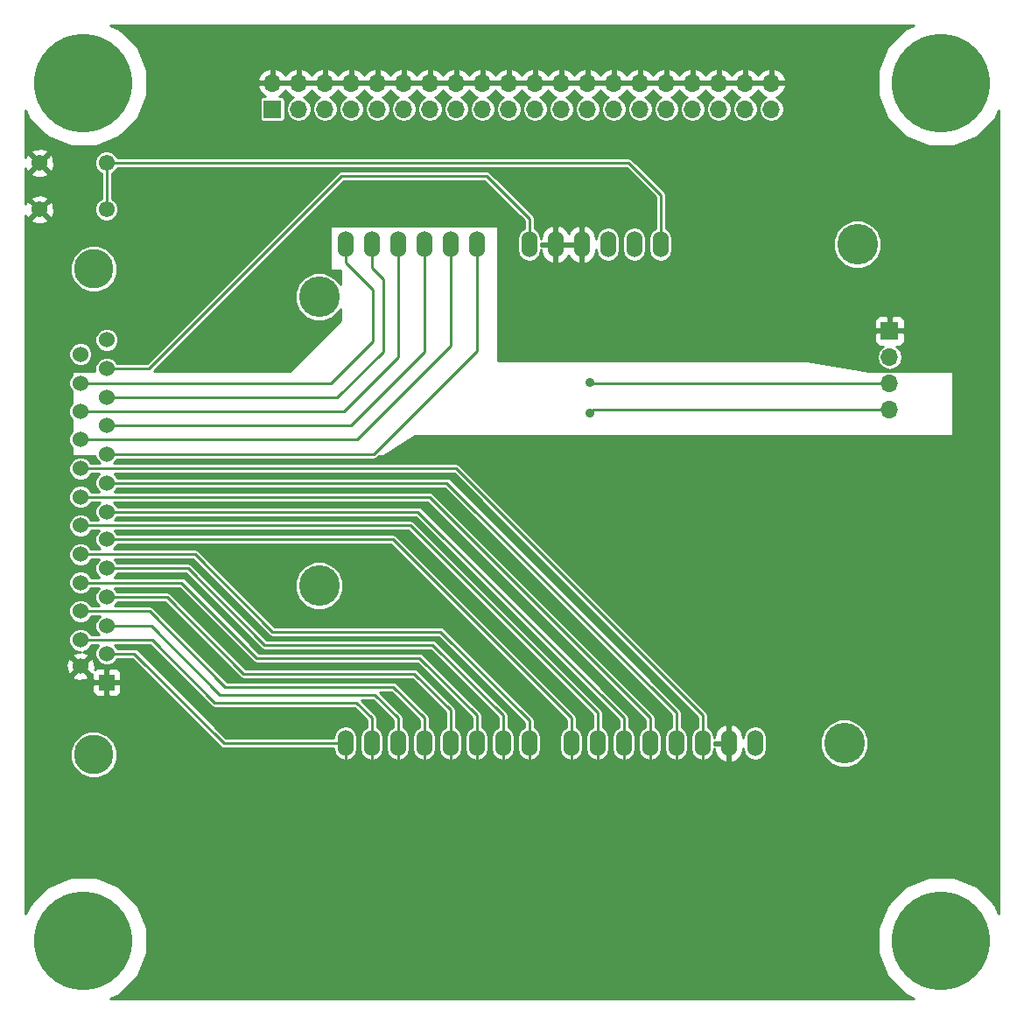
<source format=gbr>
G04 #@! TF.FileFunction,Copper,L2,Bot,Signal*
%FSLAX46Y46*%
G04 Gerber Fmt 4.6, Leading zero omitted, Abs format (unit mm)*
G04 Created by KiCad (PCBNEW (after 2015-mar-04 BZR unknown)-product) date 2/1/2017 1:29:57 PM*
%MOMM*%
G01*
G04 APERTURE LIST*
%ADD10C,0.150000*%
%ADD11O,1.524000X2.540000*%
%ADD12C,3.937000*%
%ADD13C,3.810000*%
%ADD14R,1.524000X1.524000*%
%ADD15C,1.524000*%
%ADD16R,1.700000X1.700000*%
%ADD17O,1.700000X1.700000*%
%ADD18C,9.525000*%
%ADD19C,1.549400*%
%ADD20C,0.889000*%
%ADD21C,0.254000*%
G04 APERTURE END LIST*
D10*
D11*
X41360000Y-31628000D03*
X43900000Y-31628000D03*
X46440000Y-31628000D03*
X54060000Y-31628000D03*
X51520000Y-31628000D03*
X48980000Y-31628000D03*
X59140000Y-31628000D03*
X61680000Y-31628000D03*
X64220000Y-31628000D03*
X69300000Y-31628000D03*
X71840000Y-31628000D03*
X41360000Y-79888000D03*
X43900000Y-79888000D03*
X46440000Y-79888000D03*
X48980000Y-79888000D03*
X51520000Y-79888000D03*
X54060000Y-79888000D03*
X56600000Y-79888000D03*
X59140000Y-79888000D03*
X63204000Y-79888000D03*
X65744000Y-79888000D03*
X68284000Y-79888000D03*
X70824000Y-79888000D03*
X73364000Y-79888000D03*
X75904000Y-79888000D03*
X78444000Y-79888000D03*
X80984000Y-79888000D03*
X66760000Y-31628000D03*
D12*
X38820000Y-36708000D03*
X38820000Y-64648000D03*
X89620000Y-79888000D03*
X90890000Y-31628000D03*
D13*
X17000000Y-34005000D03*
X17000000Y-80995000D03*
D14*
X18270000Y-74010000D03*
D15*
X18270000Y-71216000D03*
X18270000Y-68549000D03*
X18270000Y-65755000D03*
X18270000Y-62961000D03*
X18270000Y-60167000D03*
X18270000Y-57500000D03*
X18270000Y-54706000D03*
X18270000Y-51912000D03*
X18270000Y-49118000D03*
X18270000Y-46451000D03*
X18270000Y-43657000D03*
X18270000Y-40863000D03*
X15730000Y-72435200D03*
X15730000Y-69895200D03*
X15730000Y-67101200D03*
X15730000Y-64358000D03*
X15730000Y-61614800D03*
X15730000Y-58820800D03*
X15730000Y-56077600D03*
X15730000Y-53334400D03*
X15730000Y-50489600D03*
X15730000Y-47797200D03*
X15730000Y-45054000D03*
X15730000Y-42260000D03*
D16*
X94000000Y-40000000D03*
D17*
X94000000Y-42540000D03*
X94000000Y-45080000D03*
X94000000Y-47620000D03*
D18*
X99000000Y-99000000D03*
X16000000Y-99000000D03*
X99000000Y-16000000D03*
X16000000Y-16000000D03*
D19*
X18251200Y-23749560D03*
X18251200Y-28250440D03*
X11748800Y-23749560D03*
X11748800Y-28250440D03*
D16*
X34290000Y-18542000D03*
D17*
X34290000Y-16002000D03*
X36830000Y-18542000D03*
X36830000Y-16002000D03*
X39370000Y-18542000D03*
X39370000Y-16002000D03*
X41910000Y-18542000D03*
X41910000Y-16002000D03*
X44450000Y-18542000D03*
X44450000Y-16002000D03*
X46990000Y-18542000D03*
X46990000Y-16002000D03*
X49530000Y-18542000D03*
X49530000Y-16002000D03*
X52070000Y-18542000D03*
X52070000Y-16002000D03*
X54610000Y-18542000D03*
X54610000Y-16002000D03*
X57150000Y-18542000D03*
X57150000Y-16002000D03*
X59690000Y-18542000D03*
X59690000Y-16002000D03*
X62230000Y-18542000D03*
X62230000Y-16002000D03*
X64770000Y-18542000D03*
X64770000Y-16002000D03*
X67310000Y-18542000D03*
X67310000Y-16002000D03*
X69850000Y-18542000D03*
X69850000Y-16002000D03*
X72390000Y-18542000D03*
X72390000Y-16002000D03*
X74930000Y-18542000D03*
X74930000Y-16002000D03*
X77470000Y-18542000D03*
X77470000Y-16002000D03*
X80010000Y-18542000D03*
X80010000Y-16002000D03*
X82550000Y-18542000D03*
X82550000Y-16002000D03*
D16*
X76200000Y-91440000D03*
D17*
X73660000Y-91440000D03*
X71120000Y-91440000D03*
X68580000Y-91440000D03*
X66040000Y-91440000D03*
X63500000Y-91440000D03*
D16*
X76200000Y-93980000D03*
D17*
X76200000Y-96520000D03*
X73660000Y-93980000D03*
X73660000Y-96520000D03*
X71120000Y-93980000D03*
X71120000Y-96520000D03*
X68580000Y-93980000D03*
X68580000Y-96520000D03*
X66040000Y-93980000D03*
X66040000Y-96520000D03*
X63500000Y-93980000D03*
X63500000Y-96520000D03*
D16*
X58420000Y-91440000D03*
D17*
X55880000Y-91440000D03*
X53340000Y-91440000D03*
X50800000Y-91440000D03*
X48260000Y-91440000D03*
X45720000Y-91440000D03*
X43180000Y-91440000D03*
X40640000Y-91440000D03*
D16*
X58420000Y-93980000D03*
D17*
X58420000Y-96520000D03*
X55880000Y-93980000D03*
X55880000Y-96520000D03*
X53340000Y-93980000D03*
X53340000Y-96520000D03*
X50800000Y-93980000D03*
X50800000Y-96520000D03*
X48260000Y-93980000D03*
X48260000Y-96520000D03*
X45720000Y-93980000D03*
X45720000Y-96520000D03*
X43180000Y-93980000D03*
X43180000Y-96520000D03*
X40640000Y-93980000D03*
X40640000Y-96520000D03*
D20*
X65000000Y-48000000D03*
X65000000Y-45000000D03*
D21*
X40640000Y-91440000D02*
X40640000Y-89408000D01*
X41360000Y-88688000D02*
X41360000Y-79888000D01*
X40640000Y-89408000D02*
X41360000Y-88688000D01*
X20924000Y-71216000D02*
X29596000Y-79888000D01*
X29596000Y-79888000D02*
X41360000Y-79888000D01*
X18270000Y-71216000D02*
X20924000Y-71216000D01*
X45720000Y-91440000D02*
X45720000Y-88646000D01*
X46440000Y-87926000D02*
X46440000Y-79888000D01*
X45720000Y-88646000D02*
X46440000Y-87926000D01*
X46440000Y-77428000D02*
X46440000Y-79888000D01*
X46440000Y-77428000D02*
X46440000Y-79888000D01*
X22575000Y-68549000D02*
X29210000Y-75184000D01*
X29210000Y-75184000D02*
X44196000Y-75184000D01*
X44196000Y-75184000D02*
X46440000Y-77428000D01*
X18270000Y-68549000D02*
X22575000Y-68549000D01*
X50800000Y-91440000D02*
X50800000Y-89154000D01*
X51520000Y-88434000D02*
X51520000Y-79888000D01*
X50800000Y-89154000D02*
X51520000Y-88434000D01*
X51520000Y-76666000D02*
X51520000Y-79888000D01*
X51520000Y-76666000D02*
X51520000Y-79888000D01*
X24099000Y-65755000D02*
X31496000Y-73152000D01*
X31496000Y-73152000D02*
X48006000Y-73152000D01*
X48006000Y-73152000D02*
X51520000Y-76666000D01*
X18270000Y-65755000D02*
X24099000Y-65755000D01*
X43180000Y-91440000D02*
X43180000Y-88392000D01*
X43900000Y-87672000D02*
X43900000Y-79888000D01*
X43180000Y-88392000D02*
X43900000Y-87672000D01*
X22651200Y-69895200D02*
X28702000Y-75946000D01*
X28702000Y-75946000D02*
X42418000Y-75946000D01*
X42418000Y-75946000D02*
X43900000Y-77428000D01*
X43900000Y-77428000D02*
X43900000Y-79888000D01*
X15730000Y-69895200D02*
X22651200Y-69895200D01*
X48260000Y-91440000D02*
X48260000Y-88646000D01*
X48980000Y-87926000D02*
X48980000Y-79888000D01*
X48260000Y-88646000D02*
X48980000Y-87926000D01*
X22397200Y-67101200D02*
X29718000Y-74422000D01*
X29718000Y-74422000D02*
X45974000Y-74422000D01*
X45974000Y-74422000D02*
X48980000Y-77428000D01*
X48980000Y-77428000D02*
X48980000Y-79888000D01*
X15730000Y-67101200D02*
X22397200Y-67101200D01*
X55880000Y-91440000D02*
X55880000Y-88392000D01*
X56600000Y-87672000D02*
X56600000Y-79888000D01*
X55880000Y-88392000D02*
X56600000Y-87672000D01*
X56600000Y-77174000D02*
X56600000Y-79888000D01*
X56600000Y-77174000D02*
X56600000Y-79888000D01*
X26131000Y-62961000D02*
X33528000Y-70358000D01*
X33528000Y-70358000D02*
X49784000Y-70358000D01*
X49784000Y-70358000D02*
X56600000Y-77174000D01*
X18270000Y-62961000D02*
X26131000Y-62961000D01*
X73660000Y-91440000D02*
X73660000Y-89154000D01*
X73364000Y-88858000D02*
X73364000Y-79888000D01*
X73660000Y-89154000D02*
X73364000Y-88858000D01*
X18270000Y-54706000D02*
X38862000Y-54706000D01*
X51150000Y-54706000D02*
X73364000Y-76920000D01*
X73364000Y-76920000D02*
X73364000Y-79888000D01*
X38862000Y-54706000D02*
X51150000Y-54706000D01*
X68580000Y-91440000D02*
X68580000Y-89154000D01*
X68284000Y-88858000D02*
X68284000Y-79888000D01*
X68580000Y-89154000D02*
X68284000Y-88858000D01*
X18270000Y-57500000D02*
X43180000Y-57500000D01*
X48356000Y-57500000D02*
X68284000Y-77428000D01*
X68284000Y-77428000D02*
X68284000Y-79888000D01*
X43180000Y-57500000D02*
X48356000Y-57500000D01*
X63500000Y-91440000D02*
X63500000Y-88392000D01*
X63204000Y-88096000D02*
X63204000Y-79888000D01*
X63500000Y-88392000D02*
X63204000Y-88096000D01*
X18270000Y-60167000D02*
X40132000Y-60167000D01*
X45943000Y-60167000D02*
X63204000Y-77428000D01*
X63204000Y-77428000D02*
X63204000Y-79888000D01*
X40132000Y-60167000D02*
X45943000Y-60167000D01*
X53340000Y-91440000D02*
X53340000Y-88646000D01*
X54060000Y-87926000D02*
X54060000Y-79888000D01*
X53340000Y-88646000D02*
X54060000Y-87926000D01*
X54060000Y-77174000D02*
X54060000Y-79888000D01*
X54060000Y-77174000D02*
X54060000Y-79888000D01*
X25496000Y-64358000D02*
X32766000Y-71628000D01*
X32766000Y-71628000D02*
X48514000Y-71628000D01*
X48514000Y-71628000D02*
X54060000Y-77174000D01*
X15730000Y-64358000D02*
X25496000Y-64358000D01*
X58420000Y-91440000D02*
X58420000Y-88900000D01*
X59140000Y-88180000D02*
X59140000Y-79888000D01*
X58420000Y-88900000D02*
X59140000Y-88180000D01*
X26816800Y-61614800D02*
X34290000Y-69088000D01*
X34290000Y-69088000D02*
X50546000Y-69088000D01*
X50546000Y-69088000D02*
X59140000Y-77682000D01*
X59140000Y-77682000D02*
X59140000Y-79888000D01*
X15730000Y-61614800D02*
X26816800Y-61614800D01*
X66040000Y-91440000D02*
X66040000Y-88138000D01*
X65744000Y-87842000D02*
X65744000Y-79888000D01*
X66040000Y-88138000D02*
X65744000Y-87842000D01*
X15730000Y-58820800D02*
X44450000Y-58820800D01*
X47644800Y-58820800D02*
X65744000Y-76920000D01*
X65744000Y-76920000D02*
X65744000Y-79888000D01*
X44450000Y-58820800D02*
X47644800Y-58820800D01*
X71120000Y-91440000D02*
X71120000Y-88900000D01*
X70824000Y-88604000D02*
X70824000Y-79888000D01*
X71120000Y-88900000D02*
X70824000Y-88604000D01*
X15730000Y-56077600D02*
X43942000Y-56077600D01*
X49473600Y-56077600D02*
X70824000Y-77428000D01*
X70824000Y-77428000D02*
X70824000Y-79888000D01*
X43942000Y-56077600D02*
X49473600Y-56077600D01*
X76200000Y-91440000D02*
X76200000Y-89154000D01*
X75904000Y-88858000D02*
X75904000Y-79888000D01*
X76200000Y-89154000D02*
X75904000Y-88858000D01*
X75396000Y-79380000D02*
X75904000Y-79888000D01*
X15730000Y-53334400D02*
X42164000Y-53334400D01*
X42164000Y-53334400D02*
X44958000Y-53334400D01*
X52064400Y-53334400D02*
X75904000Y-77174000D01*
X75904000Y-77174000D02*
X75904000Y-79888000D01*
X44958000Y-53334400D02*
X52064400Y-53334400D01*
X15730000Y-47797200D02*
X41202800Y-47797200D01*
X46440000Y-42560000D02*
X46440000Y-31628000D01*
X41202800Y-47797200D02*
X46440000Y-42560000D01*
X15730000Y-45054000D02*
X39946000Y-45054000D01*
X41360000Y-33360000D02*
X41360000Y-31628000D01*
X44000000Y-36000000D02*
X41360000Y-33360000D01*
X44000000Y-41000000D02*
X44000000Y-36000000D01*
X39946000Y-45054000D02*
X44000000Y-41000000D01*
X65000000Y-48000000D02*
X65380000Y-47620000D01*
X65380000Y-47620000D02*
X94000000Y-47620000D01*
X15730000Y-50489600D02*
X42510400Y-50489600D01*
X51520000Y-41480000D02*
X51520000Y-31628000D01*
X42510400Y-50489600D02*
X51520000Y-41480000D01*
X18270000Y-51912000D02*
X44088000Y-51912000D01*
X54060000Y-41940000D02*
X54060000Y-31628000D01*
X44088000Y-51912000D02*
X54060000Y-41940000D01*
X18270000Y-49118000D02*
X41882000Y-49118000D01*
X48980000Y-42020000D02*
X48980000Y-31628000D01*
X41882000Y-49118000D02*
X48980000Y-42020000D01*
X18270000Y-46451000D02*
X40549000Y-46451000D01*
X43900000Y-33900000D02*
X43900000Y-31628000D01*
X45000000Y-35000000D02*
X43900000Y-33900000D01*
X45000000Y-42000000D02*
X45000000Y-35000000D01*
X40549000Y-46451000D02*
X45000000Y-42000000D01*
X65080000Y-45080000D02*
X65000000Y-45000000D01*
X94000000Y-45080000D02*
X65080000Y-45080000D01*
X18270000Y-43657000D02*
X22343000Y-43657000D01*
X59140000Y-29140000D02*
X59140000Y-31628000D01*
X55000000Y-25000000D02*
X59140000Y-29140000D01*
X41000000Y-25000000D02*
X55000000Y-25000000D01*
X22343000Y-43657000D02*
X41000000Y-25000000D01*
X18251200Y-23749560D02*
X18501640Y-24000000D01*
X18251200Y-28250440D02*
X18251200Y-23749560D01*
X68749560Y-23749560D02*
X71840000Y-26840000D01*
X71840000Y-26840000D02*
X71840000Y-31628000D01*
X18251200Y-23749560D02*
X68749560Y-23749560D01*
G36*
X104569000Y-96348473D02*
X104224815Y-95515482D01*
X102493632Y-93781275D01*
X100230575Y-92841571D01*
X100127000Y-92841480D01*
X100127000Y-50127000D01*
X100127000Y-43873000D01*
X95485000Y-43873000D01*
X95485000Y-40976310D01*
X95485000Y-40723691D01*
X95485000Y-40285750D01*
X95485000Y-39714250D01*
X95485000Y-39276309D01*
X95485000Y-39023690D01*
X95388327Y-38790301D01*
X95209698Y-38611673D01*
X94976309Y-38515000D01*
X94285750Y-38515000D01*
X94127000Y-38673750D01*
X94127000Y-39873000D01*
X95326250Y-39873000D01*
X95485000Y-39714250D01*
X95485000Y-40285750D01*
X95326250Y-40127000D01*
X94127000Y-40127000D01*
X94127000Y-40147000D01*
X93873000Y-40147000D01*
X93873000Y-40127000D01*
X93873000Y-39873000D01*
X93873000Y-38673750D01*
X93714250Y-38515000D01*
X93239907Y-38515000D01*
X93239907Y-31162706D01*
X92882970Y-30298854D01*
X92222622Y-29637353D01*
X91359395Y-29278909D01*
X90424706Y-29278093D01*
X89560854Y-29635030D01*
X88899353Y-30295378D01*
X88540909Y-31158605D01*
X88540093Y-32093294D01*
X88897030Y-32957146D01*
X89557378Y-33618647D01*
X90420605Y-33977091D01*
X91355294Y-33977907D01*
X92219146Y-33620970D01*
X92880647Y-32960622D01*
X93239091Y-32097395D01*
X93239907Y-31162706D01*
X93239907Y-38515000D01*
X93023691Y-38515000D01*
X92790302Y-38611673D01*
X92611673Y-38790301D01*
X92515000Y-39023690D01*
X92515000Y-39276309D01*
X92515000Y-39714250D01*
X92673750Y-39873000D01*
X93873000Y-39873000D01*
X93873000Y-40127000D01*
X92673750Y-40127000D01*
X92515000Y-40285750D01*
X92515000Y-40723691D01*
X92515000Y-40976310D01*
X92611673Y-41209699D01*
X92790302Y-41388327D01*
X93023691Y-41485000D01*
X93381635Y-41485000D01*
X93105435Y-41669552D01*
X92838587Y-42068917D01*
X92744883Y-42540000D01*
X92838587Y-43011083D01*
X93105435Y-43410448D01*
X93504800Y-43677296D01*
X93975883Y-43771000D01*
X94024117Y-43771000D01*
X94495200Y-43677296D01*
X94894565Y-43410448D01*
X95161413Y-43011083D01*
X95255117Y-42540000D01*
X95161413Y-42068917D01*
X94894565Y-41669552D01*
X94618364Y-41485000D01*
X94976309Y-41485000D01*
X95209698Y-41388327D01*
X95388327Y-41209699D01*
X95485000Y-40976310D01*
X95485000Y-43873000D01*
X94144773Y-43873000D01*
X94024117Y-43849000D01*
X93975883Y-43849000D01*
X93855226Y-43873000D01*
X92010511Y-43873000D01*
X86010511Y-42873000D01*
X83991486Y-42873000D01*
X83991486Y-16358892D01*
X83991486Y-15645108D01*
X83745183Y-15120642D01*
X83316924Y-14730355D01*
X82906890Y-14560524D01*
X82677000Y-14681845D01*
X82677000Y-15875000D01*
X83870819Y-15875000D01*
X83991486Y-15645108D01*
X83991486Y-16358892D01*
X83870819Y-16129000D01*
X82677000Y-16129000D01*
X82677000Y-16149000D01*
X82423000Y-16149000D01*
X82423000Y-16129000D01*
X82423000Y-15875000D01*
X82423000Y-14681845D01*
X82193110Y-14560524D01*
X81783076Y-14730355D01*
X81354817Y-15120642D01*
X81280000Y-15279953D01*
X81205183Y-15120642D01*
X80776924Y-14730355D01*
X80366890Y-14560524D01*
X80137000Y-14681845D01*
X80137000Y-15875000D01*
X81229181Y-15875000D01*
X81330819Y-15875000D01*
X82423000Y-15875000D01*
X82423000Y-16129000D01*
X81330819Y-16129000D01*
X81229181Y-16129000D01*
X80137000Y-16129000D01*
X80137000Y-16149000D01*
X79883000Y-16149000D01*
X79883000Y-16129000D01*
X79883000Y-15875000D01*
X79883000Y-14681845D01*
X79653110Y-14560524D01*
X79243076Y-14730355D01*
X78814817Y-15120642D01*
X78740000Y-15279953D01*
X78665183Y-15120642D01*
X78236924Y-14730355D01*
X77826890Y-14560524D01*
X77597000Y-14681845D01*
X77597000Y-15875000D01*
X78689181Y-15875000D01*
X78790819Y-15875000D01*
X79883000Y-15875000D01*
X79883000Y-16129000D01*
X78790819Y-16129000D01*
X78689181Y-16129000D01*
X77597000Y-16129000D01*
X77597000Y-16149000D01*
X77343000Y-16149000D01*
X77343000Y-16129000D01*
X77343000Y-15875000D01*
X77343000Y-14681845D01*
X77113110Y-14560524D01*
X76703076Y-14730355D01*
X76274817Y-15120642D01*
X76200000Y-15279953D01*
X76125183Y-15120642D01*
X75696924Y-14730355D01*
X75286890Y-14560524D01*
X75057000Y-14681845D01*
X75057000Y-15875000D01*
X76149181Y-15875000D01*
X76250819Y-15875000D01*
X77343000Y-15875000D01*
X77343000Y-16129000D01*
X76250819Y-16129000D01*
X76149181Y-16129000D01*
X75057000Y-16129000D01*
X75057000Y-16149000D01*
X74803000Y-16149000D01*
X74803000Y-16129000D01*
X74803000Y-15875000D01*
X74803000Y-14681845D01*
X74573110Y-14560524D01*
X74163076Y-14730355D01*
X73734817Y-15120642D01*
X73660000Y-15279953D01*
X73585183Y-15120642D01*
X73156924Y-14730355D01*
X72746890Y-14560524D01*
X72517000Y-14681845D01*
X72517000Y-15875000D01*
X73609181Y-15875000D01*
X73710819Y-15875000D01*
X74803000Y-15875000D01*
X74803000Y-16129000D01*
X73710819Y-16129000D01*
X73609181Y-16129000D01*
X72517000Y-16129000D01*
X72517000Y-16149000D01*
X72263000Y-16149000D01*
X72263000Y-16129000D01*
X72263000Y-15875000D01*
X72263000Y-14681845D01*
X72033110Y-14560524D01*
X71623076Y-14730355D01*
X71194817Y-15120642D01*
X71120000Y-15279953D01*
X71045183Y-15120642D01*
X70616924Y-14730355D01*
X70206890Y-14560524D01*
X69977000Y-14681845D01*
X69977000Y-15875000D01*
X71069181Y-15875000D01*
X71170819Y-15875000D01*
X72263000Y-15875000D01*
X72263000Y-16129000D01*
X71170819Y-16129000D01*
X71069181Y-16129000D01*
X69977000Y-16129000D01*
X69977000Y-16149000D01*
X69723000Y-16149000D01*
X69723000Y-16129000D01*
X69723000Y-15875000D01*
X69723000Y-14681845D01*
X69493110Y-14560524D01*
X69083076Y-14730355D01*
X68654817Y-15120642D01*
X68580000Y-15279953D01*
X68505183Y-15120642D01*
X68076924Y-14730355D01*
X67666890Y-14560524D01*
X67437000Y-14681845D01*
X67437000Y-15875000D01*
X68529181Y-15875000D01*
X68630819Y-15875000D01*
X69723000Y-15875000D01*
X69723000Y-16129000D01*
X68630819Y-16129000D01*
X68529181Y-16129000D01*
X67437000Y-16129000D01*
X67437000Y-16149000D01*
X67183000Y-16149000D01*
X67183000Y-16129000D01*
X67183000Y-15875000D01*
X67183000Y-14681845D01*
X66953110Y-14560524D01*
X66543076Y-14730355D01*
X66114817Y-15120642D01*
X66040000Y-15279953D01*
X65965183Y-15120642D01*
X65536924Y-14730355D01*
X65126890Y-14560524D01*
X64897000Y-14681845D01*
X64897000Y-15875000D01*
X65989181Y-15875000D01*
X66090819Y-15875000D01*
X67183000Y-15875000D01*
X67183000Y-16129000D01*
X66090819Y-16129000D01*
X65989181Y-16129000D01*
X64897000Y-16129000D01*
X64897000Y-16149000D01*
X64643000Y-16149000D01*
X64643000Y-16129000D01*
X64643000Y-15875000D01*
X64643000Y-14681845D01*
X64413110Y-14560524D01*
X64003076Y-14730355D01*
X63574817Y-15120642D01*
X63500000Y-15279953D01*
X63425183Y-15120642D01*
X62996924Y-14730355D01*
X62586890Y-14560524D01*
X62357000Y-14681845D01*
X62357000Y-15875000D01*
X63449181Y-15875000D01*
X63550819Y-15875000D01*
X64643000Y-15875000D01*
X64643000Y-16129000D01*
X63550819Y-16129000D01*
X63449181Y-16129000D01*
X62357000Y-16129000D01*
X62357000Y-16149000D01*
X62103000Y-16149000D01*
X62103000Y-16129000D01*
X62103000Y-15875000D01*
X62103000Y-14681845D01*
X61873110Y-14560524D01*
X61463076Y-14730355D01*
X61034817Y-15120642D01*
X60960000Y-15279953D01*
X60885183Y-15120642D01*
X60456924Y-14730355D01*
X60046890Y-14560524D01*
X59817000Y-14681845D01*
X59817000Y-15875000D01*
X60909181Y-15875000D01*
X61010819Y-15875000D01*
X62103000Y-15875000D01*
X62103000Y-16129000D01*
X61010819Y-16129000D01*
X60909181Y-16129000D01*
X59817000Y-16129000D01*
X59817000Y-16149000D01*
X59563000Y-16149000D01*
X59563000Y-16129000D01*
X59563000Y-15875000D01*
X59563000Y-14681845D01*
X59333110Y-14560524D01*
X58923076Y-14730355D01*
X58494817Y-15120642D01*
X58420000Y-15279953D01*
X58345183Y-15120642D01*
X57916924Y-14730355D01*
X57506890Y-14560524D01*
X57277000Y-14681845D01*
X57277000Y-15875000D01*
X58369181Y-15875000D01*
X58470819Y-15875000D01*
X59563000Y-15875000D01*
X59563000Y-16129000D01*
X58470819Y-16129000D01*
X58369181Y-16129000D01*
X57277000Y-16129000D01*
X57277000Y-16149000D01*
X57023000Y-16149000D01*
X57023000Y-16129000D01*
X57023000Y-15875000D01*
X57023000Y-14681845D01*
X56793110Y-14560524D01*
X56383076Y-14730355D01*
X55954817Y-15120642D01*
X55880000Y-15279953D01*
X55805183Y-15120642D01*
X55376924Y-14730355D01*
X54966890Y-14560524D01*
X54737000Y-14681845D01*
X54737000Y-15875000D01*
X55829181Y-15875000D01*
X55930819Y-15875000D01*
X57023000Y-15875000D01*
X57023000Y-16129000D01*
X55930819Y-16129000D01*
X55829181Y-16129000D01*
X54737000Y-16129000D01*
X54737000Y-16149000D01*
X54483000Y-16149000D01*
X54483000Y-16129000D01*
X54483000Y-15875000D01*
X54483000Y-14681845D01*
X54253110Y-14560524D01*
X53843076Y-14730355D01*
X53414817Y-15120642D01*
X53340000Y-15279953D01*
X53265183Y-15120642D01*
X52836924Y-14730355D01*
X52426890Y-14560524D01*
X52197000Y-14681845D01*
X52197000Y-15875000D01*
X53289181Y-15875000D01*
X53390819Y-15875000D01*
X54483000Y-15875000D01*
X54483000Y-16129000D01*
X53390819Y-16129000D01*
X53289181Y-16129000D01*
X52197000Y-16129000D01*
X52197000Y-16149000D01*
X51943000Y-16149000D01*
X51943000Y-16129000D01*
X51943000Y-15875000D01*
X51943000Y-14681845D01*
X51713110Y-14560524D01*
X51303076Y-14730355D01*
X50874817Y-15120642D01*
X50800000Y-15279953D01*
X50725183Y-15120642D01*
X50296924Y-14730355D01*
X49886890Y-14560524D01*
X49657000Y-14681845D01*
X49657000Y-15875000D01*
X50749181Y-15875000D01*
X50850819Y-15875000D01*
X51943000Y-15875000D01*
X51943000Y-16129000D01*
X50850819Y-16129000D01*
X50749181Y-16129000D01*
X49657000Y-16129000D01*
X49657000Y-16149000D01*
X49403000Y-16149000D01*
X49403000Y-16129000D01*
X49403000Y-15875000D01*
X49403000Y-14681845D01*
X49173110Y-14560524D01*
X48763076Y-14730355D01*
X48334817Y-15120642D01*
X48260000Y-15279953D01*
X48185183Y-15120642D01*
X47756924Y-14730355D01*
X47346890Y-14560524D01*
X47117000Y-14681845D01*
X47117000Y-15875000D01*
X48209181Y-15875000D01*
X48310819Y-15875000D01*
X49403000Y-15875000D01*
X49403000Y-16129000D01*
X48310819Y-16129000D01*
X48209181Y-16129000D01*
X47117000Y-16129000D01*
X47117000Y-16149000D01*
X46863000Y-16149000D01*
X46863000Y-16129000D01*
X46863000Y-15875000D01*
X46863000Y-14681845D01*
X46633110Y-14560524D01*
X46223076Y-14730355D01*
X45794817Y-15120642D01*
X45720000Y-15279953D01*
X45645183Y-15120642D01*
X45216924Y-14730355D01*
X44806890Y-14560524D01*
X44577000Y-14681845D01*
X44577000Y-15875000D01*
X45669181Y-15875000D01*
X45770819Y-15875000D01*
X46863000Y-15875000D01*
X46863000Y-16129000D01*
X45770819Y-16129000D01*
X45669181Y-16129000D01*
X44577000Y-16129000D01*
X44577000Y-16149000D01*
X44323000Y-16149000D01*
X44323000Y-16129000D01*
X44323000Y-15875000D01*
X44323000Y-14681845D01*
X44093110Y-14560524D01*
X43683076Y-14730355D01*
X43254817Y-15120642D01*
X43180000Y-15279953D01*
X43105183Y-15120642D01*
X42676924Y-14730355D01*
X42266890Y-14560524D01*
X42037000Y-14681845D01*
X42037000Y-15875000D01*
X43129181Y-15875000D01*
X43230819Y-15875000D01*
X44323000Y-15875000D01*
X44323000Y-16129000D01*
X43230819Y-16129000D01*
X43129181Y-16129000D01*
X42037000Y-16129000D01*
X42037000Y-16149000D01*
X41783000Y-16149000D01*
X41783000Y-16129000D01*
X41783000Y-15875000D01*
X41783000Y-14681845D01*
X41553110Y-14560524D01*
X41143076Y-14730355D01*
X40714817Y-15120642D01*
X40640000Y-15279953D01*
X40565183Y-15120642D01*
X40136924Y-14730355D01*
X39726890Y-14560524D01*
X39497000Y-14681845D01*
X39497000Y-15875000D01*
X40589181Y-15875000D01*
X40690819Y-15875000D01*
X41783000Y-15875000D01*
X41783000Y-16129000D01*
X40690819Y-16129000D01*
X40589181Y-16129000D01*
X39497000Y-16129000D01*
X39497000Y-16149000D01*
X39243000Y-16149000D01*
X39243000Y-16129000D01*
X39243000Y-15875000D01*
X39243000Y-14681845D01*
X39013110Y-14560524D01*
X38603076Y-14730355D01*
X38174817Y-15120642D01*
X38100000Y-15279953D01*
X38025183Y-15120642D01*
X37596924Y-14730355D01*
X37186890Y-14560524D01*
X36957000Y-14681845D01*
X36957000Y-15875000D01*
X38049181Y-15875000D01*
X38150819Y-15875000D01*
X39243000Y-15875000D01*
X39243000Y-16129000D01*
X38150819Y-16129000D01*
X38049181Y-16129000D01*
X36957000Y-16129000D01*
X36957000Y-16149000D01*
X36703000Y-16149000D01*
X36703000Y-16129000D01*
X36703000Y-15875000D01*
X36703000Y-14681845D01*
X36473110Y-14560524D01*
X36063076Y-14730355D01*
X35634817Y-15120642D01*
X35560000Y-15279953D01*
X35485183Y-15120642D01*
X35056924Y-14730355D01*
X34646890Y-14560524D01*
X34417000Y-14681845D01*
X34417000Y-15875000D01*
X35509181Y-15875000D01*
X35610819Y-15875000D01*
X36703000Y-15875000D01*
X36703000Y-16129000D01*
X35610819Y-16129000D01*
X35509181Y-16129000D01*
X34417000Y-16129000D01*
X34417000Y-16149000D01*
X34163000Y-16149000D01*
X34163000Y-16129000D01*
X34163000Y-15875000D01*
X34163000Y-14681845D01*
X33933110Y-14560524D01*
X33523076Y-14730355D01*
X33094817Y-15120642D01*
X32848514Y-15645108D01*
X32969181Y-15875000D01*
X34163000Y-15875000D01*
X34163000Y-16129000D01*
X32969181Y-16129000D01*
X32848514Y-16358892D01*
X33094817Y-16883358D01*
X33523076Y-17273645D01*
X33595243Y-17303536D01*
X33440000Y-17303536D01*
X33294726Y-17331722D01*
X33167044Y-17415596D01*
X33081574Y-17542216D01*
X33051536Y-17692000D01*
X33051536Y-19392000D01*
X33079722Y-19537274D01*
X33163596Y-19664956D01*
X33290216Y-19750426D01*
X33440000Y-19780464D01*
X35140000Y-19780464D01*
X35285274Y-19752278D01*
X35412956Y-19668404D01*
X35498426Y-19541784D01*
X35528464Y-19392000D01*
X35528464Y-17692000D01*
X35500278Y-17546726D01*
X35416404Y-17419044D01*
X35289784Y-17333574D01*
X35140000Y-17303536D01*
X34984756Y-17303536D01*
X35056924Y-17273645D01*
X35485183Y-16883358D01*
X35560000Y-16724046D01*
X35634817Y-16883358D01*
X36063076Y-17273645D01*
X36344511Y-17390212D01*
X35959552Y-17647435D01*
X35692704Y-18046800D01*
X35599000Y-18517883D01*
X35599000Y-18566117D01*
X35692704Y-19037200D01*
X35959552Y-19436565D01*
X36358917Y-19703413D01*
X36830000Y-19797117D01*
X37301083Y-19703413D01*
X37700448Y-19436565D01*
X37967296Y-19037200D01*
X38061000Y-18566117D01*
X38061000Y-18517883D01*
X37967296Y-18046800D01*
X37700448Y-17647435D01*
X37315488Y-17390212D01*
X37596924Y-17273645D01*
X38025183Y-16883358D01*
X38100000Y-16724046D01*
X38174817Y-16883358D01*
X38603076Y-17273645D01*
X38884511Y-17390212D01*
X38499552Y-17647435D01*
X38232704Y-18046800D01*
X38139000Y-18517883D01*
X38139000Y-18566117D01*
X38232704Y-19037200D01*
X38499552Y-19436565D01*
X38898917Y-19703413D01*
X39370000Y-19797117D01*
X39841083Y-19703413D01*
X40240448Y-19436565D01*
X40507296Y-19037200D01*
X40601000Y-18566117D01*
X40601000Y-18517883D01*
X40507296Y-18046800D01*
X40240448Y-17647435D01*
X39855488Y-17390212D01*
X40136924Y-17273645D01*
X40565183Y-16883358D01*
X40640000Y-16724046D01*
X40714817Y-16883358D01*
X41143076Y-17273645D01*
X41424511Y-17390212D01*
X41039552Y-17647435D01*
X40772704Y-18046800D01*
X40679000Y-18517883D01*
X40679000Y-18566117D01*
X40772704Y-19037200D01*
X41039552Y-19436565D01*
X41438917Y-19703413D01*
X41910000Y-19797117D01*
X42381083Y-19703413D01*
X42780448Y-19436565D01*
X43047296Y-19037200D01*
X43141000Y-18566117D01*
X43141000Y-18517883D01*
X43047296Y-18046800D01*
X42780448Y-17647435D01*
X42395488Y-17390212D01*
X42676924Y-17273645D01*
X43105183Y-16883358D01*
X43180000Y-16724046D01*
X43254817Y-16883358D01*
X43683076Y-17273645D01*
X43964511Y-17390212D01*
X43579552Y-17647435D01*
X43312704Y-18046800D01*
X43219000Y-18517883D01*
X43219000Y-18566117D01*
X43312704Y-19037200D01*
X43579552Y-19436565D01*
X43978917Y-19703413D01*
X44450000Y-19797117D01*
X44921083Y-19703413D01*
X45320448Y-19436565D01*
X45587296Y-19037200D01*
X45681000Y-18566117D01*
X45681000Y-18517883D01*
X45587296Y-18046800D01*
X45320448Y-17647435D01*
X44935488Y-17390212D01*
X45216924Y-17273645D01*
X45645183Y-16883358D01*
X45720000Y-16724046D01*
X45794817Y-16883358D01*
X46223076Y-17273645D01*
X46504511Y-17390212D01*
X46119552Y-17647435D01*
X45852704Y-18046800D01*
X45759000Y-18517883D01*
X45759000Y-18566117D01*
X45852704Y-19037200D01*
X46119552Y-19436565D01*
X46518917Y-19703413D01*
X46990000Y-19797117D01*
X47461083Y-19703413D01*
X47860448Y-19436565D01*
X48127296Y-19037200D01*
X48221000Y-18566117D01*
X48221000Y-18517883D01*
X48127296Y-18046800D01*
X47860448Y-17647435D01*
X47475488Y-17390212D01*
X47756924Y-17273645D01*
X48185183Y-16883358D01*
X48260000Y-16724046D01*
X48334817Y-16883358D01*
X48763076Y-17273645D01*
X49044511Y-17390212D01*
X48659552Y-17647435D01*
X48392704Y-18046800D01*
X48299000Y-18517883D01*
X48299000Y-18566117D01*
X48392704Y-19037200D01*
X48659552Y-19436565D01*
X49058917Y-19703413D01*
X49530000Y-19797117D01*
X50001083Y-19703413D01*
X50400448Y-19436565D01*
X50667296Y-19037200D01*
X50761000Y-18566117D01*
X50761000Y-18517883D01*
X50667296Y-18046800D01*
X50400448Y-17647435D01*
X50015488Y-17390212D01*
X50296924Y-17273645D01*
X50725183Y-16883358D01*
X50800000Y-16724046D01*
X50874817Y-16883358D01*
X51303076Y-17273645D01*
X51584511Y-17390212D01*
X51199552Y-17647435D01*
X50932704Y-18046800D01*
X50839000Y-18517883D01*
X50839000Y-18566117D01*
X50932704Y-19037200D01*
X51199552Y-19436565D01*
X51598917Y-19703413D01*
X52070000Y-19797117D01*
X52541083Y-19703413D01*
X52940448Y-19436565D01*
X53207296Y-19037200D01*
X53301000Y-18566117D01*
X53301000Y-18517883D01*
X53207296Y-18046800D01*
X52940448Y-17647435D01*
X52555488Y-17390212D01*
X52836924Y-17273645D01*
X53265183Y-16883358D01*
X53340000Y-16724046D01*
X53414817Y-16883358D01*
X53843076Y-17273645D01*
X54124511Y-17390212D01*
X53739552Y-17647435D01*
X53472704Y-18046800D01*
X53379000Y-18517883D01*
X53379000Y-18566117D01*
X53472704Y-19037200D01*
X53739552Y-19436565D01*
X54138917Y-19703413D01*
X54610000Y-19797117D01*
X55081083Y-19703413D01*
X55480448Y-19436565D01*
X55747296Y-19037200D01*
X55841000Y-18566117D01*
X55841000Y-18517883D01*
X55747296Y-18046800D01*
X55480448Y-17647435D01*
X55095488Y-17390212D01*
X55376924Y-17273645D01*
X55805183Y-16883358D01*
X55880000Y-16724046D01*
X55954817Y-16883358D01*
X56383076Y-17273645D01*
X56664511Y-17390212D01*
X56279552Y-17647435D01*
X56012704Y-18046800D01*
X55919000Y-18517883D01*
X55919000Y-18566117D01*
X56012704Y-19037200D01*
X56279552Y-19436565D01*
X56678917Y-19703413D01*
X57150000Y-19797117D01*
X57621083Y-19703413D01*
X58020448Y-19436565D01*
X58287296Y-19037200D01*
X58381000Y-18566117D01*
X58381000Y-18517883D01*
X58287296Y-18046800D01*
X58020448Y-17647435D01*
X57635488Y-17390212D01*
X57916924Y-17273645D01*
X58345183Y-16883358D01*
X58420000Y-16724046D01*
X58494817Y-16883358D01*
X58923076Y-17273645D01*
X59204511Y-17390212D01*
X58819552Y-17647435D01*
X58552704Y-18046800D01*
X58459000Y-18517883D01*
X58459000Y-18566117D01*
X58552704Y-19037200D01*
X58819552Y-19436565D01*
X59218917Y-19703413D01*
X59690000Y-19797117D01*
X60161083Y-19703413D01*
X60560448Y-19436565D01*
X60827296Y-19037200D01*
X60921000Y-18566117D01*
X60921000Y-18517883D01*
X60827296Y-18046800D01*
X60560448Y-17647435D01*
X60175488Y-17390212D01*
X60456924Y-17273645D01*
X60885183Y-16883358D01*
X60960000Y-16724046D01*
X61034817Y-16883358D01*
X61463076Y-17273645D01*
X61744511Y-17390212D01*
X61359552Y-17647435D01*
X61092704Y-18046800D01*
X60999000Y-18517883D01*
X60999000Y-18566117D01*
X61092704Y-19037200D01*
X61359552Y-19436565D01*
X61758917Y-19703413D01*
X62230000Y-19797117D01*
X62701083Y-19703413D01*
X63100448Y-19436565D01*
X63367296Y-19037200D01*
X63461000Y-18566117D01*
X63461000Y-18517883D01*
X63367296Y-18046800D01*
X63100448Y-17647435D01*
X62715488Y-17390212D01*
X62996924Y-17273645D01*
X63425183Y-16883358D01*
X63500000Y-16724046D01*
X63574817Y-16883358D01*
X64003076Y-17273645D01*
X64284511Y-17390212D01*
X63899552Y-17647435D01*
X63632704Y-18046800D01*
X63539000Y-18517883D01*
X63539000Y-18566117D01*
X63632704Y-19037200D01*
X63899552Y-19436565D01*
X64298917Y-19703413D01*
X64770000Y-19797117D01*
X65241083Y-19703413D01*
X65640448Y-19436565D01*
X65907296Y-19037200D01*
X66001000Y-18566117D01*
X66001000Y-18517883D01*
X65907296Y-18046800D01*
X65640448Y-17647435D01*
X65255488Y-17390212D01*
X65536924Y-17273645D01*
X65965183Y-16883358D01*
X66040000Y-16724046D01*
X66114817Y-16883358D01*
X66543076Y-17273645D01*
X66824511Y-17390212D01*
X66439552Y-17647435D01*
X66172704Y-18046800D01*
X66079000Y-18517883D01*
X66079000Y-18566117D01*
X66172704Y-19037200D01*
X66439552Y-19436565D01*
X66838917Y-19703413D01*
X67310000Y-19797117D01*
X67781083Y-19703413D01*
X68180448Y-19436565D01*
X68447296Y-19037200D01*
X68541000Y-18566117D01*
X68541000Y-18517883D01*
X68447296Y-18046800D01*
X68180448Y-17647435D01*
X67795488Y-17390212D01*
X68076924Y-17273645D01*
X68505183Y-16883358D01*
X68580000Y-16724046D01*
X68654817Y-16883358D01*
X69083076Y-17273645D01*
X69364511Y-17390212D01*
X68979552Y-17647435D01*
X68712704Y-18046800D01*
X68619000Y-18517883D01*
X68619000Y-18566117D01*
X68712704Y-19037200D01*
X68979552Y-19436565D01*
X69378917Y-19703413D01*
X69850000Y-19797117D01*
X70321083Y-19703413D01*
X70720448Y-19436565D01*
X70987296Y-19037200D01*
X71081000Y-18566117D01*
X71081000Y-18517883D01*
X70987296Y-18046800D01*
X70720448Y-17647435D01*
X70335488Y-17390212D01*
X70616924Y-17273645D01*
X71045183Y-16883358D01*
X71120000Y-16724046D01*
X71194817Y-16883358D01*
X71623076Y-17273645D01*
X71904511Y-17390212D01*
X71519552Y-17647435D01*
X71252704Y-18046800D01*
X71159000Y-18517883D01*
X71159000Y-18566117D01*
X71252704Y-19037200D01*
X71519552Y-19436565D01*
X71918917Y-19703413D01*
X72390000Y-19797117D01*
X72861083Y-19703413D01*
X73260448Y-19436565D01*
X73527296Y-19037200D01*
X73621000Y-18566117D01*
X73621000Y-18517883D01*
X73527296Y-18046800D01*
X73260448Y-17647435D01*
X72875488Y-17390212D01*
X73156924Y-17273645D01*
X73585183Y-16883358D01*
X73660000Y-16724046D01*
X73734817Y-16883358D01*
X74163076Y-17273645D01*
X74444511Y-17390212D01*
X74059552Y-17647435D01*
X73792704Y-18046800D01*
X73699000Y-18517883D01*
X73699000Y-18566117D01*
X73792704Y-19037200D01*
X74059552Y-19436565D01*
X74458917Y-19703413D01*
X74930000Y-19797117D01*
X75401083Y-19703413D01*
X75800448Y-19436565D01*
X76067296Y-19037200D01*
X76161000Y-18566117D01*
X76161000Y-18517883D01*
X76067296Y-18046800D01*
X75800448Y-17647435D01*
X75415488Y-17390212D01*
X75696924Y-17273645D01*
X76125183Y-16883358D01*
X76200000Y-16724046D01*
X76274817Y-16883358D01*
X76703076Y-17273645D01*
X76984511Y-17390212D01*
X76599552Y-17647435D01*
X76332704Y-18046800D01*
X76239000Y-18517883D01*
X76239000Y-18566117D01*
X76332704Y-19037200D01*
X76599552Y-19436565D01*
X76998917Y-19703413D01*
X77470000Y-19797117D01*
X77941083Y-19703413D01*
X78340448Y-19436565D01*
X78607296Y-19037200D01*
X78701000Y-18566117D01*
X78701000Y-18517883D01*
X78607296Y-18046800D01*
X78340448Y-17647435D01*
X77955488Y-17390212D01*
X78236924Y-17273645D01*
X78665183Y-16883358D01*
X78740000Y-16724046D01*
X78814817Y-16883358D01*
X79243076Y-17273645D01*
X79524511Y-17390212D01*
X79139552Y-17647435D01*
X78872704Y-18046800D01*
X78779000Y-18517883D01*
X78779000Y-18566117D01*
X78872704Y-19037200D01*
X79139552Y-19436565D01*
X79538917Y-19703413D01*
X80010000Y-19797117D01*
X80481083Y-19703413D01*
X80880448Y-19436565D01*
X81147296Y-19037200D01*
X81241000Y-18566117D01*
X81241000Y-18517883D01*
X81147296Y-18046800D01*
X80880448Y-17647435D01*
X80495488Y-17390212D01*
X80776924Y-17273645D01*
X81205183Y-16883358D01*
X81280000Y-16724046D01*
X81354817Y-16883358D01*
X81783076Y-17273645D01*
X82064511Y-17390212D01*
X81679552Y-17647435D01*
X81412704Y-18046800D01*
X81319000Y-18517883D01*
X81319000Y-18566117D01*
X81412704Y-19037200D01*
X81679552Y-19436565D01*
X82078917Y-19703413D01*
X82550000Y-19797117D01*
X83021083Y-19703413D01*
X83420448Y-19436565D01*
X83687296Y-19037200D01*
X83781000Y-18566117D01*
X83781000Y-18517883D01*
X83687296Y-18046800D01*
X83420448Y-17647435D01*
X83035488Y-17390212D01*
X83316924Y-17273645D01*
X83745183Y-16883358D01*
X83991486Y-16358892D01*
X83991486Y-42873000D01*
X72983000Y-42873000D01*
X72983000Y-32168345D01*
X72983000Y-31087655D01*
X72895994Y-30650248D01*
X72648223Y-30279432D01*
X72348000Y-30078829D01*
X72348000Y-26840000D01*
X72309331Y-26645597D01*
X72309331Y-26645596D01*
X72199210Y-26480790D01*
X69108770Y-23390350D01*
X68943963Y-23280229D01*
X68749560Y-23241560D01*
X19291767Y-23241560D01*
X19231526Y-23095764D01*
X18906706Y-22770376D01*
X18482092Y-22594061D01*
X18022326Y-22593659D01*
X17597404Y-22769234D01*
X17272016Y-23094054D01*
X17095701Y-23518668D01*
X17095299Y-23978434D01*
X17270874Y-24403356D01*
X17595694Y-24728744D01*
X17743200Y-24789993D01*
X17743200Y-27209872D01*
X17597404Y-27270114D01*
X17272016Y-27594934D01*
X17095701Y-28019548D01*
X17095299Y-28479314D01*
X17270874Y-28904236D01*
X17595694Y-29229624D01*
X18020308Y-29405939D01*
X18480074Y-29406341D01*
X18904996Y-29230766D01*
X19230384Y-28905946D01*
X19406699Y-28481332D01*
X19407101Y-28021566D01*
X19231526Y-27596644D01*
X18906706Y-27271256D01*
X18759200Y-27210006D01*
X18759200Y-24790127D01*
X18904996Y-24729886D01*
X19230384Y-24405066D01*
X19291633Y-24257560D01*
X68539140Y-24257560D01*
X71332000Y-27050420D01*
X71332000Y-30078829D01*
X71031777Y-30279432D01*
X70784006Y-30650248D01*
X70697000Y-31087655D01*
X70697000Y-32168345D01*
X70784006Y-32605752D01*
X71031777Y-32976568D01*
X71402593Y-33224339D01*
X71840000Y-33311345D01*
X72277407Y-33224339D01*
X72648223Y-32976568D01*
X72895994Y-32605752D01*
X72983000Y-32168345D01*
X72983000Y-42873000D01*
X70443000Y-42873000D01*
X70443000Y-32168345D01*
X70443000Y-31087655D01*
X70355994Y-30650248D01*
X70108223Y-30279432D01*
X69737407Y-30031661D01*
X69300000Y-29944655D01*
X68862593Y-30031661D01*
X68491777Y-30279432D01*
X68244006Y-30650248D01*
X68157000Y-31087655D01*
X68157000Y-32168345D01*
X68244006Y-32605752D01*
X68491777Y-32976568D01*
X68862593Y-33224339D01*
X69300000Y-33311345D01*
X69737407Y-33224339D01*
X70108223Y-32976568D01*
X70355994Y-32605752D01*
X70443000Y-32168345D01*
X70443000Y-42873000D01*
X67903000Y-42873000D01*
X67903000Y-32168345D01*
X67903000Y-31087655D01*
X67815994Y-30650248D01*
X67568223Y-30279432D01*
X67197407Y-30031661D01*
X66760000Y-29944655D01*
X66322593Y-30031661D01*
X65951777Y-30279432D01*
X65704006Y-30650248D01*
X65617000Y-31087655D01*
X65617000Y-30993000D01*
X65462059Y-30468059D01*
X65118026Y-30042370D01*
X64637277Y-29780740D01*
X64563070Y-29765780D01*
X64347000Y-29888280D01*
X64347000Y-31501000D01*
X64367000Y-31501000D01*
X64367000Y-31755000D01*
X64347000Y-31755000D01*
X64347000Y-33367720D01*
X64563070Y-33490220D01*
X64637277Y-33475260D01*
X65118026Y-33213630D01*
X65462059Y-32787941D01*
X65617000Y-32263000D01*
X65617000Y-32168345D01*
X65704006Y-32605752D01*
X65951777Y-32976568D01*
X66322593Y-33224339D01*
X66760000Y-33311345D01*
X67197407Y-33224339D01*
X67568223Y-32976568D01*
X67815994Y-32605752D01*
X67903000Y-32168345D01*
X67903000Y-42873000D01*
X64093000Y-42873000D01*
X64093000Y-33367720D01*
X64093000Y-31755000D01*
X64093000Y-31501000D01*
X64093000Y-29888280D01*
X63876930Y-29765780D01*
X63802723Y-29780740D01*
X63321974Y-30042370D01*
X62977941Y-30468059D01*
X62950000Y-30562723D01*
X62922059Y-30468059D01*
X62578026Y-30042370D01*
X62097277Y-29780740D01*
X62023070Y-29765780D01*
X61807000Y-29888280D01*
X61807000Y-31501000D01*
X62823000Y-31501000D01*
X63077000Y-31501000D01*
X64093000Y-31501000D01*
X64093000Y-31755000D01*
X63077000Y-31755000D01*
X62823000Y-31755000D01*
X61807000Y-31755000D01*
X61807000Y-33367720D01*
X62023070Y-33490220D01*
X62097277Y-33475260D01*
X62578026Y-33213630D01*
X62922059Y-32787941D01*
X62950000Y-32693276D01*
X62977941Y-32787941D01*
X63321974Y-33213630D01*
X63802723Y-33475260D01*
X63876930Y-33490220D01*
X64093000Y-33367720D01*
X64093000Y-42873000D01*
X56127000Y-42873000D01*
X56127000Y-29873000D01*
X39873000Y-29873000D01*
X39873000Y-34127000D01*
X40873000Y-34127000D01*
X40873000Y-35524137D01*
X40812970Y-35378854D01*
X40152622Y-34717353D01*
X39289395Y-34358909D01*
X38354706Y-34358093D01*
X37490854Y-34715030D01*
X36829353Y-35375378D01*
X36470909Y-36238605D01*
X36470093Y-37173294D01*
X36827030Y-38037146D01*
X37487378Y-38698647D01*
X38350605Y-39057091D01*
X39285294Y-39057907D01*
X40149146Y-38700970D01*
X40810647Y-38040622D01*
X40873000Y-37890459D01*
X40873000Y-38947395D01*
X35947395Y-43873000D01*
X22845420Y-43873000D01*
X41210420Y-25508000D01*
X54789580Y-25508000D01*
X58632000Y-29350420D01*
X58632000Y-30078829D01*
X58331777Y-30279432D01*
X58084006Y-30650248D01*
X57997000Y-31087655D01*
X57997000Y-32168345D01*
X58084006Y-32605752D01*
X58331777Y-32976568D01*
X58702593Y-33224339D01*
X59140000Y-33311345D01*
X59577407Y-33224339D01*
X59948223Y-32976568D01*
X60195994Y-32605752D01*
X60283000Y-32168345D01*
X60283000Y-32263000D01*
X60437941Y-32787941D01*
X60781974Y-33213630D01*
X61262723Y-33475260D01*
X61336930Y-33490220D01*
X61553000Y-33367720D01*
X61553000Y-31755000D01*
X60283000Y-31755000D01*
X60283000Y-31501000D01*
X61553000Y-31501000D01*
X61553000Y-29888280D01*
X61336930Y-29765780D01*
X61262723Y-29780740D01*
X60781974Y-30042370D01*
X60437941Y-30468059D01*
X60283000Y-30993000D01*
X60283000Y-31087655D01*
X60195994Y-30650248D01*
X59948223Y-30279432D01*
X59648000Y-30078829D01*
X59648000Y-29140000D01*
X59609331Y-28945597D01*
X59609331Y-28945596D01*
X59499210Y-28780790D01*
X55359210Y-24640790D01*
X55194403Y-24530669D01*
X55000000Y-24492000D01*
X41000000Y-24492000D01*
X40837849Y-24524253D01*
X40805596Y-24530669D01*
X40640789Y-24640790D01*
X22132579Y-43149000D01*
X19413198Y-43149000D01*
X19413198Y-40636641D01*
X19286396Y-40329754D01*
X19286396Y-33552281D01*
X18939106Y-32711777D01*
X18296605Y-32068154D01*
X17456708Y-31719398D01*
X16547281Y-31718604D01*
X15706777Y-32065894D01*
X15063154Y-32708395D01*
X14714398Y-33548292D01*
X14713604Y-34457719D01*
X15060894Y-35298223D01*
X15703395Y-35941846D01*
X16543292Y-36290602D01*
X17452719Y-36291396D01*
X18293223Y-35944106D01*
X18936846Y-35301605D01*
X19285602Y-34461708D01*
X19286396Y-33552281D01*
X19286396Y-40329754D01*
X19239554Y-40216388D01*
X18918303Y-39894577D01*
X18498354Y-39720199D01*
X18043641Y-39719802D01*
X17623388Y-39893446D01*
X17301577Y-40214697D01*
X17127199Y-40634646D01*
X17126802Y-41089359D01*
X17300446Y-41509612D01*
X17621697Y-41831423D01*
X18041646Y-42005801D01*
X18496359Y-42006198D01*
X18916612Y-41832554D01*
X19238423Y-41511303D01*
X19412801Y-41091354D01*
X19413198Y-40636641D01*
X19413198Y-43149000D01*
X19296826Y-43149000D01*
X19239554Y-43010388D01*
X18918303Y-42688577D01*
X18498354Y-42514199D01*
X18043641Y-42513802D01*
X17623388Y-42687446D01*
X17301577Y-43008697D01*
X17127199Y-43428646D01*
X17126811Y-43873000D01*
X16873198Y-43873000D01*
X16873198Y-42033641D01*
X16699554Y-41613388D01*
X16378303Y-41291577D01*
X15958354Y-41117199D01*
X15503641Y-41116802D01*
X15083388Y-41290446D01*
X14761577Y-41611697D01*
X14587199Y-42031646D01*
X14586802Y-42486359D01*
X14760446Y-42906612D01*
X15081697Y-43228423D01*
X15501646Y-43402801D01*
X15956359Y-43403198D01*
X16376612Y-43229554D01*
X16698423Y-42908303D01*
X16872801Y-42488354D01*
X16873198Y-42033641D01*
X16873198Y-43873000D01*
X14873000Y-43873000D01*
X14873000Y-44294467D01*
X14761577Y-44405697D01*
X14587199Y-44825646D01*
X14586802Y-45280359D01*
X14760446Y-45700612D01*
X14873000Y-45813362D01*
X14873000Y-47037667D01*
X14761577Y-47148897D01*
X14587199Y-47568846D01*
X14586802Y-48023559D01*
X14760446Y-48443812D01*
X14873000Y-48556562D01*
X14873000Y-49730067D01*
X14761577Y-49841297D01*
X14587199Y-50261246D01*
X14586802Y-50715959D01*
X14760446Y-51136212D01*
X14873000Y-51248962D01*
X14873000Y-52127000D01*
X17126811Y-52127000D01*
X17126802Y-52138359D01*
X17300446Y-52558612D01*
X17567768Y-52826400D01*
X16756826Y-52826400D01*
X16699554Y-52687788D01*
X16378303Y-52365977D01*
X15958354Y-52191599D01*
X15503641Y-52191202D01*
X15083388Y-52364846D01*
X14761577Y-52686097D01*
X14587199Y-53106046D01*
X14586802Y-53560759D01*
X14760446Y-53981012D01*
X15081697Y-54302823D01*
X15501646Y-54477201D01*
X15956359Y-54477598D01*
X16376612Y-54303954D01*
X16698423Y-53982703D01*
X16756681Y-53842400D01*
X17517249Y-53842400D01*
X17301577Y-54057697D01*
X17127199Y-54477646D01*
X17126802Y-54932359D01*
X17300446Y-55352612D01*
X17517056Y-55569600D01*
X16756826Y-55569600D01*
X16699554Y-55430988D01*
X16378303Y-55109177D01*
X15958354Y-54934799D01*
X15503641Y-54934402D01*
X15083388Y-55108046D01*
X14761577Y-55429297D01*
X14587199Y-55849246D01*
X14586802Y-56303959D01*
X14760446Y-56724212D01*
X15081697Y-57046023D01*
X15501646Y-57220401D01*
X15956359Y-57220798D01*
X16376612Y-57047154D01*
X16698423Y-56725903D01*
X16756681Y-56585600D01*
X17568137Y-56585600D01*
X17301577Y-56851697D01*
X17127199Y-57271646D01*
X17126802Y-57726359D01*
X17300446Y-58146612D01*
X17466344Y-58312800D01*
X16756826Y-58312800D01*
X16699554Y-58174188D01*
X16378303Y-57852377D01*
X15958354Y-57677999D01*
X15503641Y-57677602D01*
X15083388Y-57851246D01*
X14761577Y-58172497D01*
X14587199Y-58592446D01*
X14586802Y-59047159D01*
X14760446Y-59467412D01*
X15081697Y-59789223D01*
X15501646Y-59963601D01*
X15956359Y-59963998D01*
X16376612Y-59790354D01*
X16698423Y-59469103D01*
X16756681Y-59328800D01*
X17491805Y-59328800D01*
X17301577Y-59518697D01*
X17127199Y-59938646D01*
X17126802Y-60393359D01*
X17300446Y-60813612D01*
X17593123Y-61106800D01*
X16756826Y-61106800D01*
X16699554Y-60968188D01*
X16378303Y-60646377D01*
X15958354Y-60471999D01*
X15503641Y-60471602D01*
X15083388Y-60645246D01*
X14761577Y-60966497D01*
X14587199Y-61386446D01*
X14586802Y-61841159D01*
X14760446Y-62261412D01*
X15081697Y-62583223D01*
X15501646Y-62757601D01*
X15956359Y-62757998D01*
X16376612Y-62584354D01*
X16698423Y-62263103D01*
X16756681Y-62122800D01*
X17491805Y-62122800D01*
X17301577Y-62312697D01*
X17127199Y-62732646D01*
X17126802Y-63187359D01*
X17300446Y-63607612D01*
X17542412Y-63850000D01*
X16756826Y-63850000D01*
X16699554Y-63711388D01*
X16378303Y-63389577D01*
X15958354Y-63215199D01*
X15503641Y-63214802D01*
X15083388Y-63388446D01*
X14761577Y-63709697D01*
X14587199Y-64129646D01*
X14586802Y-64584359D01*
X14760446Y-65004612D01*
X15081697Y-65326423D01*
X15501646Y-65500801D01*
X15956359Y-65501198D01*
X16376612Y-65327554D01*
X16698423Y-65006303D01*
X16756681Y-64866000D01*
X17542693Y-64866000D01*
X17301577Y-65106697D01*
X17127199Y-65526646D01*
X17126802Y-65981359D01*
X17300446Y-66401612D01*
X17491700Y-66593200D01*
X16756826Y-66593200D01*
X16699554Y-66454588D01*
X16378303Y-66132777D01*
X15958354Y-65958399D01*
X15503641Y-65958002D01*
X15083388Y-66131646D01*
X14761577Y-66452897D01*
X14587199Y-66872846D01*
X14586802Y-67327559D01*
X14760446Y-67747812D01*
X15081697Y-68069623D01*
X15501646Y-68244001D01*
X15956359Y-68244398D01*
X16376612Y-68070754D01*
X16698423Y-67749503D01*
X16756681Y-67609200D01*
X17593582Y-67609200D01*
X17301577Y-67900697D01*
X17127199Y-68320646D01*
X17126802Y-68775359D01*
X17300446Y-69195612D01*
X17491700Y-69387200D01*
X16756826Y-69387200D01*
X16699554Y-69248588D01*
X16378303Y-68926777D01*
X15958354Y-68752399D01*
X15503641Y-68752002D01*
X15083388Y-68925646D01*
X14761577Y-69246897D01*
X14587199Y-69666846D01*
X14586802Y-70121559D01*
X14760446Y-70541812D01*
X15081697Y-70863623D01*
X15501646Y-71038001D01*
X15695660Y-71038170D01*
X15382632Y-71053838D01*
X14998857Y-71212803D01*
X14929392Y-71454987D01*
X15730000Y-72255595D01*
X16530608Y-71454987D01*
X16461143Y-71212803D01*
X15963741Y-71035347D01*
X16376612Y-70864754D01*
X16698423Y-70543503D01*
X16756681Y-70403200D01*
X17466360Y-70403200D01*
X17301577Y-70567697D01*
X17127199Y-70987646D01*
X17126802Y-71442359D01*
X17300446Y-71862612D01*
X17621697Y-72184423D01*
X18041646Y-72358801D01*
X18496359Y-72359198D01*
X18916612Y-72185554D01*
X19238423Y-71864303D01*
X19296681Y-71724000D01*
X20713580Y-71724000D01*
X29236790Y-80247210D01*
X29401597Y-80357331D01*
X29596000Y-80396000D01*
X40217000Y-80396000D01*
X40217000Y-80428345D01*
X40304006Y-80865752D01*
X40551777Y-81236568D01*
X40922593Y-81484339D01*
X41360000Y-81571345D01*
X41797407Y-81484339D01*
X42168223Y-81236568D01*
X42415994Y-80865752D01*
X42503000Y-80428345D01*
X42503000Y-79347655D01*
X42415994Y-78910248D01*
X42168223Y-78539432D01*
X41797407Y-78291661D01*
X41360000Y-78204655D01*
X40922593Y-78291661D01*
X40551777Y-78539432D01*
X40304006Y-78910248D01*
X40217000Y-79347655D01*
X40217000Y-79380000D01*
X29806420Y-79380000D01*
X21283210Y-70856790D01*
X21118403Y-70746669D01*
X20924000Y-70708000D01*
X19296826Y-70708000D01*
X19239554Y-70569388D01*
X19073655Y-70403200D01*
X22440779Y-70403200D01*
X28342789Y-76305210D01*
X28342790Y-76305210D01*
X28507596Y-76415331D01*
X28507597Y-76415331D01*
X28539849Y-76421746D01*
X28702000Y-76454000D01*
X42207579Y-76454000D01*
X43392000Y-77638420D01*
X43392000Y-78338829D01*
X43091777Y-78539432D01*
X42844006Y-78910248D01*
X42757000Y-79347655D01*
X42757000Y-80428345D01*
X42844006Y-80865752D01*
X43091777Y-81236568D01*
X43462593Y-81484339D01*
X43900000Y-81571345D01*
X44337407Y-81484339D01*
X44708223Y-81236568D01*
X44955994Y-80865752D01*
X45043000Y-80428345D01*
X45043000Y-79347655D01*
X44955994Y-78910248D01*
X44708223Y-78539432D01*
X44408000Y-78338829D01*
X44408000Y-77428000D01*
X44369331Y-77233597D01*
X44369330Y-77233596D01*
X44332790Y-77178910D01*
X44259210Y-77068790D01*
X44259210Y-77068789D01*
X42882420Y-75692000D01*
X43985580Y-75692000D01*
X45932000Y-77638420D01*
X45932000Y-78338829D01*
X45631777Y-78539432D01*
X45384006Y-78910248D01*
X45297000Y-79347655D01*
X45297000Y-80428345D01*
X45384006Y-80865752D01*
X45631777Y-81236568D01*
X46002593Y-81484339D01*
X46440000Y-81571345D01*
X46877407Y-81484339D01*
X47248223Y-81236568D01*
X47495994Y-80865752D01*
X47583000Y-80428345D01*
X47583000Y-79347655D01*
X47495994Y-78910248D01*
X47248223Y-78539432D01*
X46948000Y-78338829D01*
X46948000Y-77428000D01*
X46915746Y-77265849D01*
X46909331Y-77233597D01*
X46909331Y-77233596D01*
X46799210Y-77068790D01*
X44660420Y-74930000D01*
X45763580Y-74930000D01*
X48472000Y-77638420D01*
X48472000Y-78338829D01*
X48171777Y-78539432D01*
X47924006Y-78910248D01*
X47837000Y-79347655D01*
X47837000Y-80428345D01*
X47924006Y-80865752D01*
X48171777Y-81236568D01*
X48542593Y-81484339D01*
X48980000Y-81571345D01*
X49417407Y-81484339D01*
X49788223Y-81236568D01*
X50035994Y-80865752D01*
X50123000Y-80428345D01*
X50123000Y-79347655D01*
X50035994Y-78910248D01*
X49788223Y-78539432D01*
X49488000Y-78338829D01*
X49488000Y-77428000D01*
X49449331Y-77233597D01*
X49339210Y-77068790D01*
X46333210Y-74062790D01*
X46168403Y-73952669D01*
X45974000Y-73914000D01*
X29928420Y-73914000D01*
X22756410Y-66741990D01*
X22591603Y-66631869D01*
X22397200Y-66593200D01*
X19048194Y-66593200D01*
X19238423Y-66403303D01*
X19296681Y-66263000D01*
X23888580Y-66263000D01*
X31136790Y-73511210D01*
X31301597Y-73621331D01*
X31496000Y-73660000D01*
X47795579Y-73660000D01*
X51012000Y-76876420D01*
X51012000Y-78338829D01*
X50711777Y-78539432D01*
X50464006Y-78910248D01*
X50377000Y-79347655D01*
X50377000Y-80428345D01*
X50464006Y-80865752D01*
X50711777Y-81236568D01*
X51082593Y-81484339D01*
X51520000Y-81571345D01*
X51957407Y-81484339D01*
X52328223Y-81236568D01*
X52575994Y-80865752D01*
X52663000Y-80428345D01*
X52663000Y-79347655D01*
X52575994Y-78910248D01*
X52328223Y-78539432D01*
X52028000Y-78338829D01*
X52028000Y-76666000D01*
X51989331Y-76471597D01*
X51989330Y-76471596D01*
X51952790Y-76416910D01*
X51879210Y-76306790D01*
X51879210Y-76306789D01*
X48365210Y-72792790D01*
X48200403Y-72682669D01*
X48006000Y-72644000D01*
X31706420Y-72644000D01*
X24458210Y-65395790D01*
X24293403Y-65285669D01*
X24099000Y-65247000D01*
X19296826Y-65247000D01*
X19239554Y-65108388D01*
X18997587Y-64866000D01*
X25285579Y-64866000D01*
X32406790Y-71987211D01*
X32571597Y-72097331D01*
X32766000Y-72136000D01*
X48303579Y-72136000D01*
X53552000Y-77384420D01*
X53552000Y-78338829D01*
X53251777Y-78539432D01*
X53004006Y-78910248D01*
X52917000Y-79347655D01*
X52917000Y-80428345D01*
X53004006Y-80865752D01*
X53251777Y-81236568D01*
X53622593Y-81484339D01*
X54060000Y-81571345D01*
X54497407Y-81484339D01*
X54868223Y-81236568D01*
X55115994Y-80865752D01*
X55203000Y-80428345D01*
X55203000Y-79347655D01*
X55115994Y-78910248D01*
X54868223Y-78539432D01*
X54568000Y-78338829D01*
X54568000Y-77174000D01*
X54535746Y-77011849D01*
X54529331Y-76979597D01*
X54529331Y-76979596D01*
X54419210Y-76814790D01*
X54419210Y-76814789D01*
X48873210Y-71268790D01*
X48708403Y-71158669D01*
X48514000Y-71120000D01*
X32976420Y-71120000D01*
X25855210Y-63998790D01*
X25690403Y-63888669D01*
X25496000Y-63850000D01*
X18997306Y-63850000D01*
X19238423Y-63609303D01*
X19296681Y-63469000D01*
X25920580Y-63469000D01*
X33168790Y-70717210D01*
X33333597Y-70827331D01*
X33528000Y-70866000D01*
X49573580Y-70866000D01*
X56092000Y-77384420D01*
X56092000Y-78338829D01*
X55791777Y-78539432D01*
X55544006Y-78910248D01*
X55457000Y-79347655D01*
X55457000Y-80428345D01*
X55544006Y-80865752D01*
X55791777Y-81236568D01*
X56162593Y-81484339D01*
X56600000Y-81571345D01*
X57037407Y-81484339D01*
X57408223Y-81236568D01*
X57655994Y-80865752D01*
X57743000Y-80428345D01*
X57743000Y-79347655D01*
X57655994Y-78910248D01*
X57408223Y-78539432D01*
X57108000Y-78338829D01*
X57108000Y-77174000D01*
X57069331Y-76979597D01*
X56959210Y-76814790D01*
X50143210Y-69998790D01*
X49978403Y-69888669D01*
X49784000Y-69850000D01*
X33738420Y-69850000D01*
X26490210Y-62601790D01*
X26325403Y-62491669D01*
X26131000Y-62453000D01*
X19296826Y-62453000D01*
X19239554Y-62314388D01*
X19048299Y-62122800D01*
X26606380Y-62122800D01*
X33930790Y-69447210D01*
X34095597Y-69557331D01*
X34290000Y-69596000D01*
X50335580Y-69596000D01*
X58632000Y-77892420D01*
X58632000Y-78338829D01*
X58331777Y-78539432D01*
X58084006Y-78910248D01*
X57997000Y-79347655D01*
X57997000Y-80428345D01*
X58084006Y-80865752D01*
X58331777Y-81236568D01*
X58702593Y-81484339D01*
X59140000Y-81571345D01*
X59577407Y-81484339D01*
X59948223Y-81236568D01*
X60195994Y-80865752D01*
X60283000Y-80428345D01*
X60283000Y-79347655D01*
X60195994Y-78910248D01*
X59948223Y-78539432D01*
X59648000Y-78338829D01*
X59648000Y-77682000D01*
X59615746Y-77519849D01*
X59609331Y-77487597D01*
X59609331Y-77487596D01*
X59499210Y-77322790D01*
X50905210Y-68728790D01*
X50740403Y-68618669D01*
X50546000Y-68580000D01*
X41169907Y-68580000D01*
X41169907Y-64182706D01*
X40812970Y-63318854D01*
X40152622Y-62657353D01*
X39289395Y-62298909D01*
X38354706Y-62298093D01*
X37490854Y-62655030D01*
X36829353Y-63315378D01*
X36470909Y-64178605D01*
X36470093Y-65113294D01*
X36827030Y-65977146D01*
X37487378Y-66638647D01*
X38350605Y-66997091D01*
X39285294Y-66997907D01*
X40149146Y-66640970D01*
X40810647Y-65980622D01*
X41169091Y-65117395D01*
X41169907Y-64182706D01*
X41169907Y-68580000D01*
X34500420Y-68580000D01*
X27176010Y-61255590D01*
X27011203Y-61145469D01*
X26816800Y-61106800D01*
X18946417Y-61106800D01*
X19238423Y-60815303D01*
X19296681Y-60675000D01*
X40132000Y-60675000D01*
X45732579Y-60675000D01*
X62696000Y-77638420D01*
X62696000Y-78338829D01*
X62395777Y-78539432D01*
X62148006Y-78910248D01*
X62061000Y-79347655D01*
X62061000Y-80428345D01*
X62148006Y-80865752D01*
X62395777Y-81236568D01*
X62766593Y-81484339D01*
X63204000Y-81571345D01*
X63641407Y-81484339D01*
X64012223Y-81236568D01*
X64259994Y-80865752D01*
X64347000Y-80428345D01*
X64347000Y-79347655D01*
X64259994Y-78910248D01*
X64012223Y-78539432D01*
X63712000Y-78338829D01*
X63712000Y-77428000D01*
X63679746Y-77265849D01*
X63673331Y-77233597D01*
X63673331Y-77233596D01*
X63563210Y-77068790D01*
X46302210Y-59807790D01*
X46137403Y-59697669D01*
X45943000Y-59659000D01*
X40132000Y-59659000D01*
X19296826Y-59659000D01*
X19239554Y-59520388D01*
X19048299Y-59328800D01*
X44450000Y-59328800D01*
X47434380Y-59328800D01*
X65236000Y-77130420D01*
X65236000Y-78338829D01*
X64935777Y-78539432D01*
X64688006Y-78910248D01*
X64601000Y-79347655D01*
X64601000Y-80428345D01*
X64688006Y-80865752D01*
X64935777Y-81236568D01*
X65306593Y-81484339D01*
X65744000Y-81571345D01*
X66181407Y-81484339D01*
X66552223Y-81236568D01*
X66799994Y-80865752D01*
X66887000Y-80428345D01*
X66887000Y-79347655D01*
X66799994Y-78910248D01*
X66552223Y-78539432D01*
X66252000Y-78338829D01*
X66252000Y-76920000D01*
X66213331Y-76725597D01*
X66213331Y-76725596D01*
X66103210Y-76560790D01*
X48004010Y-58461590D01*
X47839203Y-58351469D01*
X47644800Y-58312800D01*
X44450000Y-58312800D01*
X19073639Y-58312800D01*
X19238423Y-58148303D01*
X19296681Y-58008000D01*
X43180000Y-58008000D01*
X48145580Y-58008000D01*
X67776000Y-77638420D01*
X67776000Y-78338829D01*
X67475777Y-78539432D01*
X67228006Y-78910248D01*
X67141000Y-79347655D01*
X67141000Y-80428345D01*
X67228006Y-80865752D01*
X67475777Y-81236568D01*
X67846593Y-81484339D01*
X68284000Y-81571345D01*
X68721407Y-81484339D01*
X69092223Y-81236568D01*
X69339994Y-80865752D01*
X69427000Y-80428345D01*
X69427000Y-79347655D01*
X69339994Y-78910248D01*
X69092223Y-78539432D01*
X68792000Y-78338829D01*
X68792000Y-77428000D01*
X68753331Y-77233597D01*
X68643210Y-77068790D01*
X48715210Y-57140790D01*
X48550403Y-57030669D01*
X48356000Y-56992000D01*
X43180000Y-56992000D01*
X19296826Y-56992000D01*
X19239554Y-56853388D01*
X18972231Y-56585600D01*
X43942000Y-56585600D01*
X49263180Y-56585600D01*
X70316000Y-77638420D01*
X70316000Y-78338829D01*
X70015777Y-78539432D01*
X69768006Y-78910248D01*
X69681000Y-79347655D01*
X69681000Y-80428345D01*
X69768006Y-80865752D01*
X70015777Y-81236568D01*
X70386593Y-81484339D01*
X70824000Y-81571345D01*
X71261407Y-81484339D01*
X71632223Y-81236568D01*
X71879994Y-80865752D01*
X71967000Y-80428345D01*
X71967000Y-79347655D01*
X71879994Y-78910248D01*
X71632223Y-78539432D01*
X71332000Y-78338829D01*
X71332000Y-77428000D01*
X71299746Y-77265849D01*
X71293331Y-77233597D01*
X71293331Y-77233596D01*
X71183210Y-77068790D01*
X49832810Y-55718390D01*
X49668003Y-55608269D01*
X49473600Y-55569600D01*
X43942000Y-55569600D01*
X19022750Y-55569600D01*
X19238423Y-55354303D01*
X19296681Y-55214000D01*
X38862000Y-55214000D01*
X50939580Y-55214000D01*
X72856000Y-77130420D01*
X72856000Y-78338829D01*
X72555777Y-78539432D01*
X72308006Y-78910248D01*
X72221000Y-79347655D01*
X72221000Y-80428345D01*
X72308006Y-80865752D01*
X72555777Y-81236568D01*
X72926593Y-81484339D01*
X73364000Y-81571345D01*
X73801407Y-81484339D01*
X74172223Y-81236568D01*
X74419994Y-80865752D01*
X74507000Y-80428345D01*
X74507000Y-79347655D01*
X74419994Y-78910248D01*
X74172223Y-78539432D01*
X73872000Y-78338829D01*
X73872000Y-76920000D01*
X73833331Y-76725597D01*
X73833331Y-76725596D01*
X73723210Y-76560790D01*
X51509210Y-54346790D01*
X51344403Y-54236669D01*
X51150000Y-54198000D01*
X38862000Y-54198000D01*
X19296826Y-54198000D01*
X19239554Y-54059388D01*
X19022943Y-53842400D01*
X42164000Y-53842400D01*
X44958000Y-53842400D01*
X51853980Y-53842400D01*
X75396000Y-77384420D01*
X75396000Y-78338829D01*
X75095777Y-78539432D01*
X74848006Y-78910248D01*
X74761000Y-79347655D01*
X74761000Y-80428345D01*
X74848006Y-80865752D01*
X75095777Y-81236568D01*
X75466593Y-81484339D01*
X75904000Y-81571345D01*
X76341407Y-81484339D01*
X76712223Y-81236568D01*
X76959994Y-80865752D01*
X77047000Y-80428345D01*
X77047000Y-80523000D01*
X77201941Y-81047941D01*
X77545974Y-81473630D01*
X78026723Y-81735260D01*
X78100930Y-81750220D01*
X78317000Y-81627720D01*
X78317000Y-80015000D01*
X77047000Y-80015000D01*
X77047000Y-79761000D01*
X78317000Y-79761000D01*
X78317000Y-78148280D01*
X78100930Y-78025780D01*
X78026723Y-78040740D01*
X77545974Y-78302370D01*
X77201941Y-78728059D01*
X77047000Y-79253000D01*
X77047000Y-79347655D01*
X76959994Y-78910248D01*
X76712223Y-78539432D01*
X76412000Y-78338829D01*
X76412000Y-77174000D01*
X76373331Y-76979597D01*
X76263210Y-76814790D01*
X52423610Y-52975190D01*
X52258803Y-52865069D01*
X52064400Y-52826400D01*
X44958000Y-52826400D01*
X42164000Y-52826400D01*
X18971862Y-52826400D01*
X19238423Y-52560303D01*
X19296681Y-52420000D01*
X44088000Y-52420000D01*
X44282403Y-52381331D01*
X44447210Y-52271210D01*
X44591420Y-52127000D01*
X45038453Y-52127000D01*
X48038453Y-50127000D01*
X100127000Y-50127000D01*
X100127000Y-92841480D01*
X97780175Y-92839433D01*
X95515482Y-93775185D01*
X93781275Y-95506368D01*
X92841571Y-97769425D01*
X92839433Y-100219825D01*
X93775185Y-102484518D01*
X95506368Y-104218725D01*
X96349923Y-104569000D01*
X91969907Y-104569000D01*
X91969907Y-79422706D01*
X91612970Y-78558854D01*
X90952622Y-77897353D01*
X90089395Y-77538909D01*
X89154706Y-77538093D01*
X88290854Y-77895030D01*
X87629353Y-78555378D01*
X87270909Y-79418605D01*
X87270093Y-80353294D01*
X87627030Y-81217146D01*
X88287378Y-81878647D01*
X89150605Y-82237091D01*
X90085294Y-82237907D01*
X90949146Y-81880970D01*
X91610647Y-81220622D01*
X91969091Y-80357395D01*
X91969907Y-79422706D01*
X91969907Y-104569000D01*
X82127000Y-104569000D01*
X82127000Y-80428345D01*
X82127000Y-79347655D01*
X82039994Y-78910248D01*
X81792223Y-78539432D01*
X81421407Y-78291661D01*
X80984000Y-78204655D01*
X80546593Y-78291661D01*
X80175777Y-78539432D01*
X79928006Y-78910248D01*
X79841000Y-79347655D01*
X79841000Y-79253000D01*
X79686059Y-78728059D01*
X79342026Y-78302370D01*
X78861277Y-78040740D01*
X78787070Y-78025780D01*
X78571000Y-78148280D01*
X78571000Y-79761000D01*
X78591000Y-79761000D01*
X78591000Y-80015000D01*
X78571000Y-80015000D01*
X78571000Y-81627720D01*
X78787070Y-81750220D01*
X78861277Y-81735260D01*
X79342026Y-81473630D01*
X79686059Y-81047941D01*
X79841000Y-80523000D01*
X79841000Y-80428345D01*
X79928006Y-80865752D01*
X80175777Y-81236568D01*
X80546593Y-81484339D01*
X80984000Y-81571345D01*
X81421407Y-81484339D01*
X81792223Y-81236568D01*
X82039994Y-80865752D01*
X82127000Y-80428345D01*
X82127000Y-104569000D01*
X18651526Y-104569000D01*
X19484518Y-104224815D01*
X21218725Y-102493632D01*
X22158429Y-100230575D01*
X22160567Y-97780175D01*
X21224815Y-95515482D01*
X19667000Y-93954945D01*
X19667000Y-74898309D01*
X19667000Y-74295750D01*
X19667000Y-73724250D01*
X19667000Y-73121691D01*
X19570327Y-72888302D01*
X19391699Y-72709673D01*
X19158310Y-72613000D01*
X18905691Y-72613000D01*
X18555750Y-72613000D01*
X18397000Y-72771750D01*
X18397000Y-73883000D01*
X19508250Y-73883000D01*
X19667000Y-73724250D01*
X19667000Y-74295750D01*
X19508250Y-74137000D01*
X18397000Y-74137000D01*
X18397000Y-75248250D01*
X18555750Y-75407000D01*
X18905691Y-75407000D01*
X19158310Y-75407000D01*
X19391699Y-75310327D01*
X19570327Y-75131698D01*
X19667000Y-74898309D01*
X19667000Y-93954945D01*
X19493632Y-93781275D01*
X19286396Y-93695223D01*
X19286396Y-80542281D01*
X18939106Y-79701777D01*
X18296605Y-79058154D01*
X18143000Y-78994371D01*
X18143000Y-75248250D01*
X18143000Y-74137000D01*
X18143000Y-73883000D01*
X18143000Y-72771750D01*
X17984250Y-72613000D01*
X17634309Y-72613000D01*
X17381690Y-72613000D01*
X17148301Y-72709673D01*
X17097028Y-72760945D01*
X17139144Y-72642898D01*
X17111362Y-72087832D01*
X16952397Y-71704057D01*
X16710213Y-71634592D01*
X15909605Y-72435200D01*
X16710213Y-73235808D01*
X16873000Y-73189116D01*
X16873000Y-73724250D01*
X17031750Y-73883000D01*
X18143000Y-73883000D01*
X18143000Y-74137000D01*
X17031750Y-74137000D01*
X16873000Y-74295750D01*
X16873000Y-74898309D01*
X16969673Y-75131698D01*
X17148301Y-75310327D01*
X17381690Y-75407000D01*
X17634309Y-75407000D01*
X17984250Y-75407000D01*
X18143000Y-75248250D01*
X18143000Y-78994371D01*
X17456708Y-78709398D01*
X16547281Y-78708604D01*
X16530608Y-78715493D01*
X16530608Y-73415413D01*
X15730000Y-72614805D01*
X15550395Y-72794410D01*
X15550395Y-72435200D01*
X14749787Y-71634592D01*
X14507603Y-71704057D01*
X14320856Y-72227502D01*
X14348638Y-72782568D01*
X14507603Y-73166343D01*
X14749787Y-73235808D01*
X15550395Y-72435200D01*
X15550395Y-72794410D01*
X14929392Y-73415413D01*
X14998857Y-73657597D01*
X15522302Y-73844344D01*
X16077368Y-73816562D01*
X16461143Y-73657597D01*
X16530608Y-73415413D01*
X16530608Y-78715493D01*
X15706777Y-79055894D01*
X15063154Y-79698395D01*
X14714398Y-80538292D01*
X14713604Y-81447719D01*
X15060894Y-82288223D01*
X15703395Y-82931846D01*
X16543292Y-83280602D01*
X17452719Y-83281396D01*
X18293223Y-82934106D01*
X18936846Y-82291605D01*
X19285602Y-81451708D01*
X19286396Y-80542281D01*
X19286396Y-93695223D01*
X17230575Y-92841571D01*
X14780175Y-92839433D01*
X13170585Y-93504501D01*
X13170585Y-28461172D01*
X13170585Y-23960292D01*
X13143002Y-23400157D01*
X12981715Y-23010776D01*
X12738216Y-22939749D01*
X12558611Y-23119354D01*
X12558611Y-22760144D01*
X12487584Y-22516645D01*
X11959532Y-22327775D01*
X11399397Y-22355358D01*
X11010016Y-22516645D01*
X10938989Y-22760144D01*
X11748800Y-23569955D01*
X12558611Y-22760144D01*
X12558611Y-23119354D01*
X11928405Y-23749560D01*
X12738216Y-24559371D01*
X12981715Y-24488344D01*
X13170585Y-23960292D01*
X13170585Y-28461172D01*
X13143002Y-27901037D01*
X12981715Y-27511656D01*
X12738216Y-27440629D01*
X12558611Y-27620234D01*
X12558611Y-27261024D01*
X12558611Y-24738976D01*
X11748800Y-23929165D01*
X10938989Y-24738976D01*
X11010016Y-24982475D01*
X11538068Y-25171345D01*
X12098203Y-25143762D01*
X12487584Y-24982475D01*
X12558611Y-24738976D01*
X12558611Y-27261024D01*
X12487584Y-27017525D01*
X11959532Y-26828655D01*
X11399397Y-26856238D01*
X11010016Y-27017525D01*
X10938989Y-27261024D01*
X11748800Y-28070835D01*
X12558611Y-27261024D01*
X12558611Y-27620234D01*
X11928405Y-28250440D01*
X12738216Y-29060251D01*
X12981715Y-28989224D01*
X13170585Y-28461172D01*
X13170585Y-93504501D01*
X12558611Y-93757364D01*
X12558611Y-29239856D01*
X11748800Y-28430045D01*
X10938989Y-29239856D01*
X11010016Y-29483355D01*
X11538068Y-29672225D01*
X12098203Y-29644642D01*
X12487584Y-29483355D01*
X12558611Y-29239856D01*
X12558611Y-93757364D01*
X12515482Y-93775185D01*
X10781275Y-95506368D01*
X10431000Y-96349923D01*
X10431000Y-28784293D01*
X10515885Y-28989224D01*
X10759384Y-29060251D01*
X11569195Y-28250440D01*
X10759384Y-27440629D01*
X10515885Y-27511656D01*
X10431000Y-27748981D01*
X10431000Y-24283413D01*
X10515885Y-24488344D01*
X10759384Y-24559371D01*
X11569195Y-23749560D01*
X10759384Y-22939749D01*
X10515885Y-23010776D01*
X10431000Y-23248101D01*
X10431000Y-18651526D01*
X10775185Y-19484518D01*
X12506368Y-21218725D01*
X14769425Y-22158429D01*
X17219825Y-22160567D01*
X19484518Y-21224815D01*
X21218725Y-19493632D01*
X22158429Y-17230575D01*
X22160567Y-14780175D01*
X21224815Y-12515482D01*
X19493632Y-10781275D01*
X18650076Y-10431000D01*
X96348473Y-10431000D01*
X95515482Y-10775185D01*
X93781275Y-12506368D01*
X92841571Y-14769425D01*
X92839433Y-17219825D01*
X93775185Y-19484518D01*
X95506368Y-21218725D01*
X97769425Y-22158429D01*
X100219825Y-22160567D01*
X102484518Y-21224815D01*
X104218725Y-19493632D01*
X104569000Y-18650076D01*
X104569000Y-96348473D01*
X104569000Y-96348473D01*
G37*
X104569000Y-96348473D02*
X104224815Y-95515482D01*
X102493632Y-93781275D01*
X100230575Y-92841571D01*
X100127000Y-92841480D01*
X100127000Y-50127000D01*
X100127000Y-43873000D01*
X95485000Y-43873000D01*
X95485000Y-40976310D01*
X95485000Y-40723691D01*
X95485000Y-40285750D01*
X95485000Y-39714250D01*
X95485000Y-39276309D01*
X95485000Y-39023690D01*
X95388327Y-38790301D01*
X95209698Y-38611673D01*
X94976309Y-38515000D01*
X94285750Y-38515000D01*
X94127000Y-38673750D01*
X94127000Y-39873000D01*
X95326250Y-39873000D01*
X95485000Y-39714250D01*
X95485000Y-40285750D01*
X95326250Y-40127000D01*
X94127000Y-40127000D01*
X94127000Y-40147000D01*
X93873000Y-40147000D01*
X93873000Y-40127000D01*
X93873000Y-39873000D01*
X93873000Y-38673750D01*
X93714250Y-38515000D01*
X93239907Y-38515000D01*
X93239907Y-31162706D01*
X92882970Y-30298854D01*
X92222622Y-29637353D01*
X91359395Y-29278909D01*
X90424706Y-29278093D01*
X89560854Y-29635030D01*
X88899353Y-30295378D01*
X88540909Y-31158605D01*
X88540093Y-32093294D01*
X88897030Y-32957146D01*
X89557378Y-33618647D01*
X90420605Y-33977091D01*
X91355294Y-33977907D01*
X92219146Y-33620970D01*
X92880647Y-32960622D01*
X93239091Y-32097395D01*
X93239907Y-31162706D01*
X93239907Y-38515000D01*
X93023691Y-38515000D01*
X92790302Y-38611673D01*
X92611673Y-38790301D01*
X92515000Y-39023690D01*
X92515000Y-39276309D01*
X92515000Y-39714250D01*
X92673750Y-39873000D01*
X93873000Y-39873000D01*
X93873000Y-40127000D01*
X92673750Y-40127000D01*
X92515000Y-40285750D01*
X92515000Y-40723691D01*
X92515000Y-40976310D01*
X92611673Y-41209699D01*
X92790302Y-41388327D01*
X93023691Y-41485000D01*
X93381635Y-41485000D01*
X93105435Y-41669552D01*
X92838587Y-42068917D01*
X92744883Y-42540000D01*
X92838587Y-43011083D01*
X93105435Y-43410448D01*
X93504800Y-43677296D01*
X93975883Y-43771000D01*
X94024117Y-43771000D01*
X94495200Y-43677296D01*
X94894565Y-43410448D01*
X95161413Y-43011083D01*
X95255117Y-42540000D01*
X95161413Y-42068917D01*
X94894565Y-41669552D01*
X94618364Y-41485000D01*
X94976309Y-41485000D01*
X95209698Y-41388327D01*
X95388327Y-41209699D01*
X95485000Y-40976310D01*
X95485000Y-43873000D01*
X94144773Y-43873000D01*
X94024117Y-43849000D01*
X93975883Y-43849000D01*
X93855226Y-43873000D01*
X92010511Y-43873000D01*
X86010511Y-42873000D01*
X83991486Y-42873000D01*
X83991486Y-16358892D01*
X83991486Y-15645108D01*
X83745183Y-15120642D01*
X83316924Y-14730355D01*
X82906890Y-14560524D01*
X82677000Y-14681845D01*
X82677000Y-15875000D01*
X83870819Y-15875000D01*
X83991486Y-15645108D01*
X83991486Y-16358892D01*
X83870819Y-16129000D01*
X82677000Y-16129000D01*
X82677000Y-16149000D01*
X82423000Y-16149000D01*
X82423000Y-16129000D01*
X82423000Y-15875000D01*
X82423000Y-14681845D01*
X82193110Y-14560524D01*
X81783076Y-14730355D01*
X81354817Y-15120642D01*
X81280000Y-15279953D01*
X81205183Y-15120642D01*
X80776924Y-14730355D01*
X80366890Y-14560524D01*
X80137000Y-14681845D01*
X80137000Y-15875000D01*
X81229181Y-15875000D01*
X81330819Y-15875000D01*
X82423000Y-15875000D01*
X82423000Y-16129000D01*
X81330819Y-16129000D01*
X81229181Y-16129000D01*
X80137000Y-16129000D01*
X80137000Y-16149000D01*
X79883000Y-16149000D01*
X79883000Y-16129000D01*
X79883000Y-15875000D01*
X79883000Y-14681845D01*
X79653110Y-14560524D01*
X79243076Y-14730355D01*
X78814817Y-15120642D01*
X78740000Y-15279953D01*
X78665183Y-15120642D01*
X78236924Y-14730355D01*
X77826890Y-14560524D01*
X77597000Y-14681845D01*
X77597000Y-15875000D01*
X78689181Y-15875000D01*
X78790819Y-15875000D01*
X79883000Y-15875000D01*
X79883000Y-16129000D01*
X78790819Y-16129000D01*
X78689181Y-16129000D01*
X77597000Y-16129000D01*
X77597000Y-16149000D01*
X77343000Y-16149000D01*
X77343000Y-16129000D01*
X77343000Y-15875000D01*
X77343000Y-14681845D01*
X77113110Y-14560524D01*
X76703076Y-14730355D01*
X76274817Y-15120642D01*
X76200000Y-15279953D01*
X76125183Y-15120642D01*
X75696924Y-14730355D01*
X75286890Y-14560524D01*
X75057000Y-14681845D01*
X75057000Y-15875000D01*
X76149181Y-15875000D01*
X76250819Y-15875000D01*
X77343000Y-15875000D01*
X77343000Y-16129000D01*
X76250819Y-16129000D01*
X76149181Y-16129000D01*
X75057000Y-16129000D01*
X75057000Y-16149000D01*
X74803000Y-16149000D01*
X74803000Y-16129000D01*
X74803000Y-15875000D01*
X74803000Y-14681845D01*
X74573110Y-14560524D01*
X74163076Y-14730355D01*
X73734817Y-15120642D01*
X73660000Y-15279953D01*
X73585183Y-15120642D01*
X73156924Y-14730355D01*
X72746890Y-14560524D01*
X72517000Y-14681845D01*
X72517000Y-15875000D01*
X73609181Y-15875000D01*
X73710819Y-15875000D01*
X74803000Y-15875000D01*
X74803000Y-16129000D01*
X73710819Y-16129000D01*
X73609181Y-16129000D01*
X72517000Y-16129000D01*
X72517000Y-16149000D01*
X72263000Y-16149000D01*
X72263000Y-16129000D01*
X72263000Y-15875000D01*
X72263000Y-14681845D01*
X72033110Y-14560524D01*
X71623076Y-14730355D01*
X71194817Y-15120642D01*
X71120000Y-15279953D01*
X71045183Y-15120642D01*
X70616924Y-14730355D01*
X70206890Y-14560524D01*
X69977000Y-14681845D01*
X69977000Y-15875000D01*
X71069181Y-15875000D01*
X71170819Y-15875000D01*
X72263000Y-15875000D01*
X72263000Y-16129000D01*
X71170819Y-16129000D01*
X71069181Y-16129000D01*
X69977000Y-16129000D01*
X69977000Y-16149000D01*
X69723000Y-16149000D01*
X69723000Y-16129000D01*
X69723000Y-15875000D01*
X69723000Y-14681845D01*
X69493110Y-14560524D01*
X69083076Y-14730355D01*
X68654817Y-15120642D01*
X68580000Y-15279953D01*
X68505183Y-15120642D01*
X68076924Y-14730355D01*
X67666890Y-14560524D01*
X67437000Y-14681845D01*
X67437000Y-15875000D01*
X68529181Y-15875000D01*
X68630819Y-15875000D01*
X69723000Y-15875000D01*
X69723000Y-16129000D01*
X68630819Y-16129000D01*
X68529181Y-16129000D01*
X67437000Y-16129000D01*
X67437000Y-16149000D01*
X67183000Y-16149000D01*
X67183000Y-16129000D01*
X67183000Y-15875000D01*
X67183000Y-14681845D01*
X66953110Y-14560524D01*
X66543076Y-14730355D01*
X66114817Y-15120642D01*
X66040000Y-15279953D01*
X65965183Y-15120642D01*
X65536924Y-14730355D01*
X65126890Y-14560524D01*
X64897000Y-14681845D01*
X64897000Y-15875000D01*
X65989181Y-15875000D01*
X66090819Y-15875000D01*
X67183000Y-15875000D01*
X67183000Y-16129000D01*
X66090819Y-16129000D01*
X65989181Y-16129000D01*
X64897000Y-16129000D01*
X64897000Y-16149000D01*
X64643000Y-16149000D01*
X64643000Y-16129000D01*
X64643000Y-15875000D01*
X64643000Y-14681845D01*
X64413110Y-14560524D01*
X64003076Y-14730355D01*
X63574817Y-15120642D01*
X63500000Y-15279953D01*
X63425183Y-15120642D01*
X62996924Y-14730355D01*
X62586890Y-14560524D01*
X62357000Y-14681845D01*
X62357000Y-15875000D01*
X63449181Y-15875000D01*
X63550819Y-15875000D01*
X64643000Y-15875000D01*
X64643000Y-16129000D01*
X63550819Y-16129000D01*
X63449181Y-16129000D01*
X62357000Y-16129000D01*
X62357000Y-16149000D01*
X62103000Y-16149000D01*
X62103000Y-16129000D01*
X62103000Y-15875000D01*
X62103000Y-14681845D01*
X61873110Y-14560524D01*
X61463076Y-14730355D01*
X61034817Y-15120642D01*
X60960000Y-15279953D01*
X60885183Y-15120642D01*
X60456924Y-14730355D01*
X60046890Y-14560524D01*
X59817000Y-14681845D01*
X59817000Y-15875000D01*
X60909181Y-15875000D01*
X61010819Y-15875000D01*
X62103000Y-15875000D01*
X62103000Y-16129000D01*
X61010819Y-16129000D01*
X60909181Y-16129000D01*
X59817000Y-16129000D01*
X59817000Y-16149000D01*
X59563000Y-16149000D01*
X59563000Y-16129000D01*
X59563000Y-15875000D01*
X59563000Y-14681845D01*
X59333110Y-14560524D01*
X58923076Y-14730355D01*
X58494817Y-15120642D01*
X58420000Y-15279953D01*
X58345183Y-15120642D01*
X57916924Y-14730355D01*
X57506890Y-14560524D01*
X57277000Y-14681845D01*
X57277000Y-15875000D01*
X58369181Y-15875000D01*
X58470819Y-15875000D01*
X59563000Y-15875000D01*
X59563000Y-16129000D01*
X58470819Y-16129000D01*
X58369181Y-16129000D01*
X57277000Y-16129000D01*
X57277000Y-16149000D01*
X57023000Y-16149000D01*
X57023000Y-16129000D01*
X57023000Y-15875000D01*
X57023000Y-14681845D01*
X56793110Y-14560524D01*
X56383076Y-14730355D01*
X55954817Y-15120642D01*
X55880000Y-15279953D01*
X55805183Y-15120642D01*
X55376924Y-14730355D01*
X54966890Y-14560524D01*
X54737000Y-14681845D01*
X54737000Y-15875000D01*
X55829181Y-15875000D01*
X55930819Y-15875000D01*
X57023000Y-15875000D01*
X57023000Y-16129000D01*
X55930819Y-16129000D01*
X55829181Y-16129000D01*
X54737000Y-16129000D01*
X54737000Y-16149000D01*
X54483000Y-16149000D01*
X54483000Y-16129000D01*
X54483000Y-15875000D01*
X54483000Y-14681845D01*
X54253110Y-14560524D01*
X53843076Y-14730355D01*
X53414817Y-15120642D01*
X53340000Y-15279953D01*
X53265183Y-15120642D01*
X52836924Y-14730355D01*
X52426890Y-14560524D01*
X52197000Y-14681845D01*
X52197000Y-15875000D01*
X53289181Y-15875000D01*
X53390819Y-15875000D01*
X54483000Y-15875000D01*
X54483000Y-16129000D01*
X53390819Y-16129000D01*
X53289181Y-16129000D01*
X52197000Y-16129000D01*
X52197000Y-16149000D01*
X51943000Y-16149000D01*
X51943000Y-16129000D01*
X51943000Y-15875000D01*
X51943000Y-14681845D01*
X51713110Y-14560524D01*
X51303076Y-14730355D01*
X50874817Y-15120642D01*
X50800000Y-15279953D01*
X50725183Y-15120642D01*
X50296924Y-14730355D01*
X49886890Y-14560524D01*
X49657000Y-14681845D01*
X49657000Y-15875000D01*
X50749181Y-15875000D01*
X50850819Y-15875000D01*
X51943000Y-15875000D01*
X51943000Y-16129000D01*
X50850819Y-16129000D01*
X50749181Y-16129000D01*
X49657000Y-16129000D01*
X49657000Y-16149000D01*
X49403000Y-16149000D01*
X49403000Y-16129000D01*
X49403000Y-15875000D01*
X49403000Y-14681845D01*
X49173110Y-14560524D01*
X48763076Y-14730355D01*
X48334817Y-15120642D01*
X48260000Y-15279953D01*
X48185183Y-15120642D01*
X47756924Y-14730355D01*
X47346890Y-14560524D01*
X47117000Y-14681845D01*
X47117000Y-15875000D01*
X48209181Y-15875000D01*
X48310819Y-15875000D01*
X49403000Y-15875000D01*
X49403000Y-16129000D01*
X48310819Y-16129000D01*
X48209181Y-16129000D01*
X47117000Y-16129000D01*
X47117000Y-16149000D01*
X46863000Y-16149000D01*
X46863000Y-16129000D01*
X46863000Y-15875000D01*
X46863000Y-14681845D01*
X46633110Y-14560524D01*
X46223076Y-14730355D01*
X45794817Y-15120642D01*
X45720000Y-15279953D01*
X45645183Y-15120642D01*
X45216924Y-14730355D01*
X44806890Y-14560524D01*
X44577000Y-14681845D01*
X44577000Y-15875000D01*
X45669181Y-15875000D01*
X45770819Y-15875000D01*
X46863000Y-15875000D01*
X46863000Y-16129000D01*
X45770819Y-16129000D01*
X45669181Y-16129000D01*
X44577000Y-16129000D01*
X44577000Y-16149000D01*
X44323000Y-16149000D01*
X44323000Y-16129000D01*
X44323000Y-15875000D01*
X44323000Y-14681845D01*
X44093110Y-14560524D01*
X43683076Y-14730355D01*
X43254817Y-15120642D01*
X43180000Y-15279953D01*
X43105183Y-15120642D01*
X42676924Y-14730355D01*
X42266890Y-14560524D01*
X42037000Y-14681845D01*
X42037000Y-15875000D01*
X43129181Y-15875000D01*
X43230819Y-15875000D01*
X44323000Y-15875000D01*
X44323000Y-16129000D01*
X43230819Y-16129000D01*
X43129181Y-16129000D01*
X42037000Y-16129000D01*
X42037000Y-16149000D01*
X41783000Y-16149000D01*
X41783000Y-16129000D01*
X41783000Y-15875000D01*
X41783000Y-14681845D01*
X41553110Y-14560524D01*
X41143076Y-14730355D01*
X40714817Y-15120642D01*
X40640000Y-15279953D01*
X40565183Y-15120642D01*
X40136924Y-14730355D01*
X39726890Y-14560524D01*
X39497000Y-14681845D01*
X39497000Y-15875000D01*
X40589181Y-15875000D01*
X40690819Y-15875000D01*
X41783000Y-15875000D01*
X41783000Y-16129000D01*
X40690819Y-16129000D01*
X40589181Y-16129000D01*
X39497000Y-16129000D01*
X39497000Y-16149000D01*
X39243000Y-16149000D01*
X39243000Y-16129000D01*
X39243000Y-15875000D01*
X39243000Y-14681845D01*
X39013110Y-14560524D01*
X38603076Y-14730355D01*
X38174817Y-15120642D01*
X38100000Y-15279953D01*
X38025183Y-15120642D01*
X37596924Y-14730355D01*
X37186890Y-14560524D01*
X36957000Y-14681845D01*
X36957000Y-15875000D01*
X38049181Y-15875000D01*
X38150819Y-15875000D01*
X39243000Y-15875000D01*
X39243000Y-16129000D01*
X38150819Y-16129000D01*
X38049181Y-16129000D01*
X36957000Y-16129000D01*
X36957000Y-16149000D01*
X36703000Y-16149000D01*
X36703000Y-16129000D01*
X36703000Y-15875000D01*
X36703000Y-14681845D01*
X36473110Y-14560524D01*
X36063076Y-14730355D01*
X35634817Y-15120642D01*
X35560000Y-15279953D01*
X35485183Y-15120642D01*
X35056924Y-14730355D01*
X34646890Y-14560524D01*
X34417000Y-14681845D01*
X34417000Y-15875000D01*
X35509181Y-15875000D01*
X35610819Y-15875000D01*
X36703000Y-15875000D01*
X36703000Y-16129000D01*
X35610819Y-16129000D01*
X35509181Y-16129000D01*
X34417000Y-16129000D01*
X34417000Y-16149000D01*
X34163000Y-16149000D01*
X34163000Y-16129000D01*
X34163000Y-15875000D01*
X34163000Y-14681845D01*
X33933110Y-14560524D01*
X33523076Y-14730355D01*
X33094817Y-15120642D01*
X32848514Y-15645108D01*
X32969181Y-15875000D01*
X34163000Y-15875000D01*
X34163000Y-16129000D01*
X32969181Y-16129000D01*
X32848514Y-16358892D01*
X33094817Y-16883358D01*
X33523076Y-17273645D01*
X33595243Y-17303536D01*
X33440000Y-17303536D01*
X33294726Y-17331722D01*
X33167044Y-17415596D01*
X33081574Y-17542216D01*
X33051536Y-17692000D01*
X33051536Y-19392000D01*
X33079722Y-19537274D01*
X33163596Y-19664956D01*
X33290216Y-19750426D01*
X33440000Y-19780464D01*
X35140000Y-19780464D01*
X35285274Y-19752278D01*
X35412956Y-19668404D01*
X35498426Y-19541784D01*
X35528464Y-19392000D01*
X35528464Y-17692000D01*
X35500278Y-17546726D01*
X35416404Y-17419044D01*
X35289784Y-17333574D01*
X35140000Y-17303536D01*
X34984756Y-17303536D01*
X35056924Y-17273645D01*
X35485183Y-16883358D01*
X35560000Y-16724046D01*
X35634817Y-16883358D01*
X36063076Y-17273645D01*
X36344511Y-17390212D01*
X35959552Y-17647435D01*
X35692704Y-18046800D01*
X35599000Y-18517883D01*
X35599000Y-18566117D01*
X35692704Y-19037200D01*
X35959552Y-19436565D01*
X36358917Y-19703413D01*
X36830000Y-19797117D01*
X37301083Y-19703413D01*
X37700448Y-19436565D01*
X37967296Y-19037200D01*
X38061000Y-18566117D01*
X38061000Y-18517883D01*
X37967296Y-18046800D01*
X37700448Y-17647435D01*
X37315488Y-17390212D01*
X37596924Y-17273645D01*
X38025183Y-16883358D01*
X38100000Y-16724046D01*
X38174817Y-16883358D01*
X38603076Y-17273645D01*
X38884511Y-17390212D01*
X38499552Y-17647435D01*
X38232704Y-18046800D01*
X38139000Y-18517883D01*
X38139000Y-18566117D01*
X38232704Y-19037200D01*
X38499552Y-19436565D01*
X38898917Y-19703413D01*
X39370000Y-19797117D01*
X39841083Y-19703413D01*
X40240448Y-19436565D01*
X40507296Y-19037200D01*
X40601000Y-18566117D01*
X40601000Y-18517883D01*
X40507296Y-18046800D01*
X40240448Y-17647435D01*
X39855488Y-17390212D01*
X40136924Y-17273645D01*
X40565183Y-16883358D01*
X40640000Y-16724046D01*
X40714817Y-16883358D01*
X41143076Y-17273645D01*
X41424511Y-17390212D01*
X41039552Y-17647435D01*
X40772704Y-18046800D01*
X40679000Y-18517883D01*
X40679000Y-18566117D01*
X40772704Y-19037200D01*
X41039552Y-19436565D01*
X41438917Y-19703413D01*
X41910000Y-19797117D01*
X42381083Y-19703413D01*
X42780448Y-19436565D01*
X43047296Y-19037200D01*
X43141000Y-18566117D01*
X43141000Y-18517883D01*
X43047296Y-18046800D01*
X42780448Y-17647435D01*
X42395488Y-17390212D01*
X42676924Y-17273645D01*
X43105183Y-16883358D01*
X43180000Y-16724046D01*
X43254817Y-16883358D01*
X43683076Y-17273645D01*
X43964511Y-17390212D01*
X43579552Y-17647435D01*
X43312704Y-18046800D01*
X43219000Y-18517883D01*
X43219000Y-18566117D01*
X43312704Y-19037200D01*
X43579552Y-19436565D01*
X43978917Y-19703413D01*
X44450000Y-19797117D01*
X44921083Y-19703413D01*
X45320448Y-19436565D01*
X45587296Y-19037200D01*
X45681000Y-18566117D01*
X45681000Y-18517883D01*
X45587296Y-18046800D01*
X45320448Y-17647435D01*
X44935488Y-17390212D01*
X45216924Y-17273645D01*
X45645183Y-16883358D01*
X45720000Y-16724046D01*
X45794817Y-16883358D01*
X46223076Y-17273645D01*
X46504511Y-17390212D01*
X46119552Y-17647435D01*
X45852704Y-18046800D01*
X45759000Y-18517883D01*
X45759000Y-18566117D01*
X45852704Y-19037200D01*
X46119552Y-19436565D01*
X46518917Y-19703413D01*
X46990000Y-19797117D01*
X47461083Y-19703413D01*
X47860448Y-19436565D01*
X48127296Y-19037200D01*
X48221000Y-18566117D01*
X48221000Y-18517883D01*
X48127296Y-18046800D01*
X47860448Y-17647435D01*
X47475488Y-17390212D01*
X47756924Y-17273645D01*
X48185183Y-16883358D01*
X48260000Y-16724046D01*
X48334817Y-16883358D01*
X48763076Y-17273645D01*
X49044511Y-17390212D01*
X48659552Y-17647435D01*
X48392704Y-18046800D01*
X48299000Y-18517883D01*
X48299000Y-18566117D01*
X48392704Y-19037200D01*
X48659552Y-19436565D01*
X49058917Y-19703413D01*
X49530000Y-19797117D01*
X50001083Y-19703413D01*
X50400448Y-19436565D01*
X50667296Y-19037200D01*
X50761000Y-18566117D01*
X50761000Y-18517883D01*
X50667296Y-18046800D01*
X50400448Y-17647435D01*
X50015488Y-17390212D01*
X50296924Y-17273645D01*
X50725183Y-16883358D01*
X50800000Y-16724046D01*
X50874817Y-16883358D01*
X51303076Y-17273645D01*
X51584511Y-17390212D01*
X51199552Y-17647435D01*
X50932704Y-18046800D01*
X50839000Y-18517883D01*
X50839000Y-18566117D01*
X50932704Y-19037200D01*
X51199552Y-19436565D01*
X51598917Y-19703413D01*
X52070000Y-19797117D01*
X52541083Y-19703413D01*
X52940448Y-19436565D01*
X53207296Y-19037200D01*
X53301000Y-18566117D01*
X53301000Y-18517883D01*
X53207296Y-18046800D01*
X52940448Y-17647435D01*
X52555488Y-17390212D01*
X52836924Y-17273645D01*
X53265183Y-16883358D01*
X53340000Y-16724046D01*
X53414817Y-16883358D01*
X53843076Y-17273645D01*
X54124511Y-17390212D01*
X53739552Y-17647435D01*
X53472704Y-18046800D01*
X53379000Y-18517883D01*
X53379000Y-18566117D01*
X53472704Y-19037200D01*
X53739552Y-19436565D01*
X54138917Y-19703413D01*
X54610000Y-19797117D01*
X55081083Y-19703413D01*
X55480448Y-19436565D01*
X55747296Y-19037200D01*
X55841000Y-18566117D01*
X55841000Y-18517883D01*
X55747296Y-18046800D01*
X55480448Y-17647435D01*
X55095488Y-17390212D01*
X55376924Y-17273645D01*
X55805183Y-16883358D01*
X55880000Y-16724046D01*
X55954817Y-16883358D01*
X56383076Y-17273645D01*
X56664511Y-17390212D01*
X56279552Y-17647435D01*
X56012704Y-18046800D01*
X55919000Y-18517883D01*
X55919000Y-18566117D01*
X56012704Y-19037200D01*
X56279552Y-19436565D01*
X56678917Y-19703413D01*
X57150000Y-19797117D01*
X57621083Y-19703413D01*
X58020448Y-19436565D01*
X58287296Y-19037200D01*
X58381000Y-18566117D01*
X58381000Y-18517883D01*
X58287296Y-18046800D01*
X58020448Y-17647435D01*
X57635488Y-17390212D01*
X57916924Y-17273645D01*
X58345183Y-16883358D01*
X58420000Y-16724046D01*
X58494817Y-16883358D01*
X58923076Y-17273645D01*
X59204511Y-17390212D01*
X58819552Y-17647435D01*
X58552704Y-18046800D01*
X58459000Y-18517883D01*
X58459000Y-18566117D01*
X58552704Y-19037200D01*
X58819552Y-19436565D01*
X59218917Y-19703413D01*
X59690000Y-19797117D01*
X60161083Y-19703413D01*
X60560448Y-19436565D01*
X60827296Y-19037200D01*
X60921000Y-18566117D01*
X60921000Y-18517883D01*
X60827296Y-18046800D01*
X60560448Y-17647435D01*
X60175488Y-17390212D01*
X60456924Y-17273645D01*
X60885183Y-16883358D01*
X60960000Y-16724046D01*
X61034817Y-16883358D01*
X61463076Y-17273645D01*
X61744511Y-17390212D01*
X61359552Y-17647435D01*
X61092704Y-18046800D01*
X60999000Y-18517883D01*
X60999000Y-18566117D01*
X61092704Y-19037200D01*
X61359552Y-19436565D01*
X61758917Y-19703413D01*
X62230000Y-19797117D01*
X62701083Y-19703413D01*
X63100448Y-19436565D01*
X63367296Y-19037200D01*
X63461000Y-18566117D01*
X63461000Y-18517883D01*
X63367296Y-18046800D01*
X63100448Y-17647435D01*
X62715488Y-17390212D01*
X62996924Y-17273645D01*
X63425183Y-16883358D01*
X63500000Y-16724046D01*
X63574817Y-16883358D01*
X64003076Y-17273645D01*
X64284511Y-17390212D01*
X63899552Y-17647435D01*
X63632704Y-18046800D01*
X63539000Y-18517883D01*
X63539000Y-18566117D01*
X63632704Y-19037200D01*
X63899552Y-19436565D01*
X64298917Y-19703413D01*
X64770000Y-19797117D01*
X65241083Y-19703413D01*
X65640448Y-19436565D01*
X65907296Y-19037200D01*
X66001000Y-18566117D01*
X66001000Y-18517883D01*
X65907296Y-18046800D01*
X65640448Y-17647435D01*
X65255488Y-17390212D01*
X65536924Y-17273645D01*
X65965183Y-16883358D01*
X66040000Y-16724046D01*
X66114817Y-16883358D01*
X66543076Y-17273645D01*
X66824511Y-17390212D01*
X66439552Y-17647435D01*
X66172704Y-18046800D01*
X66079000Y-18517883D01*
X66079000Y-18566117D01*
X66172704Y-19037200D01*
X66439552Y-19436565D01*
X66838917Y-19703413D01*
X67310000Y-19797117D01*
X67781083Y-19703413D01*
X68180448Y-19436565D01*
X68447296Y-19037200D01*
X68541000Y-18566117D01*
X68541000Y-18517883D01*
X68447296Y-18046800D01*
X68180448Y-17647435D01*
X67795488Y-17390212D01*
X68076924Y-17273645D01*
X68505183Y-16883358D01*
X68580000Y-16724046D01*
X68654817Y-16883358D01*
X69083076Y-17273645D01*
X69364511Y-17390212D01*
X68979552Y-17647435D01*
X68712704Y-18046800D01*
X68619000Y-18517883D01*
X68619000Y-18566117D01*
X68712704Y-19037200D01*
X68979552Y-19436565D01*
X69378917Y-19703413D01*
X69850000Y-19797117D01*
X70321083Y-19703413D01*
X70720448Y-19436565D01*
X70987296Y-19037200D01*
X71081000Y-18566117D01*
X71081000Y-18517883D01*
X70987296Y-18046800D01*
X70720448Y-17647435D01*
X70335488Y-17390212D01*
X70616924Y-17273645D01*
X71045183Y-16883358D01*
X71120000Y-16724046D01*
X71194817Y-16883358D01*
X71623076Y-17273645D01*
X71904511Y-17390212D01*
X71519552Y-17647435D01*
X71252704Y-18046800D01*
X71159000Y-18517883D01*
X71159000Y-18566117D01*
X71252704Y-19037200D01*
X71519552Y-19436565D01*
X71918917Y-19703413D01*
X72390000Y-19797117D01*
X72861083Y-19703413D01*
X73260448Y-19436565D01*
X73527296Y-19037200D01*
X73621000Y-18566117D01*
X73621000Y-18517883D01*
X73527296Y-18046800D01*
X73260448Y-17647435D01*
X72875488Y-17390212D01*
X73156924Y-17273645D01*
X73585183Y-16883358D01*
X73660000Y-16724046D01*
X73734817Y-16883358D01*
X74163076Y-17273645D01*
X74444511Y-17390212D01*
X74059552Y-17647435D01*
X73792704Y-18046800D01*
X73699000Y-18517883D01*
X73699000Y-18566117D01*
X73792704Y-19037200D01*
X74059552Y-19436565D01*
X74458917Y-19703413D01*
X74930000Y-19797117D01*
X75401083Y-19703413D01*
X75800448Y-19436565D01*
X76067296Y-19037200D01*
X76161000Y-18566117D01*
X76161000Y-18517883D01*
X76067296Y-18046800D01*
X75800448Y-17647435D01*
X75415488Y-17390212D01*
X75696924Y-17273645D01*
X76125183Y-16883358D01*
X76200000Y-16724046D01*
X76274817Y-16883358D01*
X76703076Y-17273645D01*
X76984511Y-17390212D01*
X76599552Y-17647435D01*
X76332704Y-18046800D01*
X76239000Y-18517883D01*
X76239000Y-18566117D01*
X76332704Y-19037200D01*
X76599552Y-19436565D01*
X76998917Y-19703413D01*
X77470000Y-19797117D01*
X77941083Y-19703413D01*
X78340448Y-19436565D01*
X78607296Y-19037200D01*
X78701000Y-18566117D01*
X78701000Y-18517883D01*
X78607296Y-18046800D01*
X78340448Y-17647435D01*
X77955488Y-17390212D01*
X78236924Y-17273645D01*
X78665183Y-16883358D01*
X78740000Y-16724046D01*
X78814817Y-16883358D01*
X79243076Y-17273645D01*
X79524511Y-17390212D01*
X79139552Y-17647435D01*
X78872704Y-18046800D01*
X78779000Y-18517883D01*
X78779000Y-18566117D01*
X78872704Y-19037200D01*
X79139552Y-19436565D01*
X79538917Y-19703413D01*
X80010000Y-19797117D01*
X80481083Y-19703413D01*
X80880448Y-19436565D01*
X81147296Y-19037200D01*
X81241000Y-18566117D01*
X81241000Y-18517883D01*
X81147296Y-18046800D01*
X80880448Y-17647435D01*
X80495488Y-17390212D01*
X80776924Y-17273645D01*
X81205183Y-16883358D01*
X81280000Y-16724046D01*
X81354817Y-16883358D01*
X81783076Y-17273645D01*
X82064511Y-17390212D01*
X81679552Y-17647435D01*
X81412704Y-18046800D01*
X81319000Y-18517883D01*
X81319000Y-18566117D01*
X81412704Y-19037200D01*
X81679552Y-19436565D01*
X82078917Y-19703413D01*
X82550000Y-19797117D01*
X83021083Y-19703413D01*
X83420448Y-19436565D01*
X83687296Y-19037200D01*
X83781000Y-18566117D01*
X83781000Y-18517883D01*
X83687296Y-18046800D01*
X83420448Y-17647435D01*
X83035488Y-17390212D01*
X83316924Y-17273645D01*
X83745183Y-16883358D01*
X83991486Y-16358892D01*
X83991486Y-42873000D01*
X72983000Y-42873000D01*
X72983000Y-32168345D01*
X72983000Y-31087655D01*
X72895994Y-30650248D01*
X72648223Y-30279432D01*
X72348000Y-30078829D01*
X72348000Y-26840000D01*
X72309331Y-26645597D01*
X72309331Y-26645596D01*
X72199210Y-26480790D01*
X69108770Y-23390350D01*
X68943963Y-23280229D01*
X68749560Y-23241560D01*
X19291767Y-23241560D01*
X19231526Y-23095764D01*
X18906706Y-22770376D01*
X18482092Y-22594061D01*
X18022326Y-22593659D01*
X17597404Y-22769234D01*
X17272016Y-23094054D01*
X17095701Y-23518668D01*
X17095299Y-23978434D01*
X17270874Y-24403356D01*
X17595694Y-24728744D01*
X17743200Y-24789993D01*
X17743200Y-27209872D01*
X17597404Y-27270114D01*
X17272016Y-27594934D01*
X17095701Y-28019548D01*
X17095299Y-28479314D01*
X17270874Y-28904236D01*
X17595694Y-29229624D01*
X18020308Y-29405939D01*
X18480074Y-29406341D01*
X18904996Y-29230766D01*
X19230384Y-28905946D01*
X19406699Y-28481332D01*
X19407101Y-28021566D01*
X19231526Y-27596644D01*
X18906706Y-27271256D01*
X18759200Y-27210006D01*
X18759200Y-24790127D01*
X18904996Y-24729886D01*
X19230384Y-24405066D01*
X19291633Y-24257560D01*
X68539140Y-24257560D01*
X71332000Y-27050420D01*
X71332000Y-30078829D01*
X71031777Y-30279432D01*
X70784006Y-30650248D01*
X70697000Y-31087655D01*
X70697000Y-32168345D01*
X70784006Y-32605752D01*
X71031777Y-32976568D01*
X71402593Y-33224339D01*
X71840000Y-33311345D01*
X72277407Y-33224339D01*
X72648223Y-32976568D01*
X72895994Y-32605752D01*
X72983000Y-32168345D01*
X72983000Y-42873000D01*
X70443000Y-42873000D01*
X70443000Y-32168345D01*
X70443000Y-31087655D01*
X70355994Y-30650248D01*
X70108223Y-30279432D01*
X69737407Y-30031661D01*
X69300000Y-29944655D01*
X68862593Y-30031661D01*
X68491777Y-30279432D01*
X68244006Y-30650248D01*
X68157000Y-31087655D01*
X68157000Y-32168345D01*
X68244006Y-32605752D01*
X68491777Y-32976568D01*
X68862593Y-33224339D01*
X69300000Y-33311345D01*
X69737407Y-33224339D01*
X70108223Y-32976568D01*
X70355994Y-32605752D01*
X70443000Y-32168345D01*
X70443000Y-42873000D01*
X67903000Y-42873000D01*
X67903000Y-32168345D01*
X67903000Y-31087655D01*
X67815994Y-30650248D01*
X67568223Y-30279432D01*
X67197407Y-30031661D01*
X66760000Y-29944655D01*
X66322593Y-30031661D01*
X65951777Y-30279432D01*
X65704006Y-30650248D01*
X65617000Y-31087655D01*
X65617000Y-30993000D01*
X65462059Y-30468059D01*
X65118026Y-30042370D01*
X64637277Y-29780740D01*
X64563070Y-29765780D01*
X64347000Y-29888280D01*
X64347000Y-31501000D01*
X64367000Y-31501000D01*
X64367000Y-31755000D01*
X64347000Y-31755000D01*
X64347000Y-33367720D01*
X64563070Y-33490220D01*
X64637277Y-33475260D01*
X65118026Y-33213630D01*
X65462059Y-32787941D01*
X65617000Y-32263000D01*
X65617000Y-32168345D01*
X65704006Y-32605752D01*
X65951777Y-32976568D01*
X66322593Y-33224339D01*
X66760000Y-33311345D01*
X67197407Y-33224339D01*
X67568223Y-32976568D01*
X67815994Y-32605752D01*
X67903000Y-32168345D01*
X67903000Y-42873000D01*
X64093000Y-42873000D01*
X64093000Y-33367720D01*
X64093000Y-31755000D01*
X64093000Y-31501000D01*
X64093000Y-29888280D01*
X63876930Y-29765780D01*
X63802723Y-29780740D01*
X63321974Y-30042370D01*
X62977941Y-30468059D01*
X62950000Y-30562723D01*
X62922059Y-30468059D01*
X62578026Y-30042370D01*
X62097277Y-29780740D01*
X62023070Y-29765780D01*
X61807000Y-29888280D01*
X61807000Y-31501000D01*
X62823000Y-31501000D01*
X63077000Y-31501000D01*
X64093000Y-31501000D01*
X64093000Y-31755000D01*
X63077000Y-31755000D01*
X62823000Y-31755000D01*
X61807000Y-31755000D01*
X61807000Y-33367720D01*
X62023070Y-33490220D01*
X62097277Y-33475260D01*
X62578026Y-33213630D01*
X62922059Y-32787941D01*
X62950000Y-32693276D01*
X62977941Y-32787941D01*
X63321974Y-33213630D01*
X63802723Y-33475260D01*
X63876930Y-33490220D01*
X64093000Y-33367720D01*
X64093000Y-42873000D01*
X56127000Y-42873000D01*
X56127000Y-29873000D01*
X39873000Y-29873000D01*
X39873000Y-34127000D01*
X40873000Y-34127000D01*
X40873000Y-35524137D01*
X40812970Y-35378854D01*
X40152622Y-34717353D01*
X39289395Y-34358909D01*
X38354706Y-34358093D01*
X37490854Y-34715030D01*
X36829353Y-35375378D01*
X36470909Y-36238605D01*
X36470093Y-37173294D01*
X36827030Y-38037146D01*
X37487378Y-38698647D01*
X38350605Y-39057091D01*
X39285294Y-39057907D01*
X40149146Y-38700970D01*
X40810647Y-38040622D01*
X40873000Y-37890459D01*
X40873000Y-38947395D01*
X35947395Y-43873000D01*
X22845420Y-43873000D01*
X41210420Y-25508000D01*
X54789580Y-25508000D01*
X58632000Y-29350420D01*
X58632000Y-30078829D01*
X58331777Y-30279432D01*
X58084006Y-30650248D01*
X57997000Y-31087655D01*
X57997000Y-32168345D01*
X58084006Y-32605752D01*
X58331777Y-32976568D01*
X58702593Y-33224339D01*
X59140000Y-33311345D01*
X59577407Y-33224339D01*
X59948223Y-32976568D01*
X60195994Y-32605752D01*
X60283000Y-32168345D01*
X60283000Y-32263000D01*
X60437941Y-32787941D01*
X60781974Y-33213630D01*
X61262723Y-33475260D01*
X61336930Y-33490220D01*
X61553000Y-33367720D01*
X61553000Y-31755000D01*
X60283000Y-31755000D01*
X60283000Y-31501000D01*
X61553000Y-31501000D01*
X61553000Y-29888280D01*
X61336930Y-29765780D01*
X61262723Y-29780740D01*
X60781974Y-30042370D01*
X60437941Y-30468059D01*
X60283000Y-30993000D01*
X60283000Y-31087655D01*
X60195994Y-30650248D01*
X59948223Y-30279432D01*
X59648000Y-30078829D01*
X59648000Y-29140000D01*
X59609331Y-28945597D01*
X59609331Y-28945596D01*
X59499210Y-28780790D01*
X55359210Y-24640790D01*
X55194403Y-24530669D01*
X55000000Y-24492000D01*
X41000000Y-24492000D01*
X40837849Y-24524253D01*
X40805596Y-24530669D01*
X40640789Y-24640790D01*
X22132579Y-43149000D01*
X19413198Y-43149000D01*
X19413198Y-40636641D01*
X19286396Y-40329754D01*
X19286396Y-33552281D01*
X18939106Y-32711777D01*
X18296605Y-32068154D01*
X17456708Y-31719398D01*
X16547281Y-31718604D01*
X15706777Y-32065894D01*
X15063154Y-32708395D01*
X14714398Y-33548292D01*
X14713604Y-34457719D01*
X15060894Y-35298223D01*
X15703395Y-35941846D01*
X16543292Y-36290602D01*
X17452719Y-36291396D01*
X18293223Y-35944106D01*
X18936846Y-35301605D01*
X19285602Y-34461708D01*
X19286396Y-33552281D01*
X19286396Y-40329754D01*
X19239554Y-40216388D01*
X18918303Y-39894577D01*
X18498354Y-39720199D01*
X18043641Y-39719802D01*
X17623388Y-39893446D01*
X17301577Y-40214697D01*
X17127199Y-40634646D01*
X17126802Y-41089359D01*
X17300446Y-41509612D01*
X17621697Y-41831423D01*
X18041646Y-42005801D01*
X18496359Y-42006198D01*
X18916612Y-41832554D01*
X19238423Y-41511303D01*
X19412801Y-41091354D01*
X19413198Y-40636641D01*
X19413198Y-43149000D01*
X19296826Y-43149000D01*
X19239554Y-43010388D01*
X18918303Y-42688577D01*
X18498354Y-42514199D01*
X18043641Y-42513802D01*
X17623388Y-42687446D01*
X17301577Y-43008697D01*
X17127199Y-43428646D01*
X17126811Y-43873000D01*
X16873198Y-43873000D01*
X16873198Y-42033641D01*
X16699554Y-41613388D01*
X16378303Y-41291577D01*
X15958354Y-41117199D01*
X15503641Y-41116802D01*
X15083388Y-41290446D01*
X14761577Y-41611697D01*
X14587199Y-42031646D01*
X14586802Y-42486359D01*
X14760446Y-42906612D01*
X15081697Y-43228423D01*
X15501646Y-43402801D01*
X15956359Y-43403198D01*
X16376612Y-43229554D01*
X16698423Y-42908303D01*
X16872801Y-42488354D01*
X16873198Y-42033641D01*
X16873198Y-43873000D01*
X14873000Y-43873000D01*
X14873000Y-44294467D01*
X14761577Y-44405697D01*
X14587199Y-44825646D01*
X14586802Y-45280359D01*
X14760446Y-45700612D01*
X14873000Y-45813362D01*
X14873000Y-47037667D01*
X14761577Y-47148897D01*
X14587199Y-47568846D01*
X14586802Y-48023559D01*
X14760446Y-48443812D01*
X14873000Y-48556562D01*
X14873000Y-49730067D01*
X14761577Y-49841297D01*
X14587199Y-50261246D01*
X14586802Y-50715959D01*
X14760446Y-51136212D01*
X14873000Y-51248962D01*
X14873000Y-52127000D01*
X17126811Y-52127000D01*
X17126802Y-52138359D01*
X17300446Y-52558612D01*
X17567768Y-52826400D01*
X16756826Y-52826400D01*
X16699554Y-52687788D01*
X16378303Y-52365977D01*
X15958354Y-52191599D01*
X15503641Y-52191202D01*
X15083388Y-52364846D01*
X14761577Y-52686097D01*
X14587199Y-53106046D01*
X14586802Y-53560759D01*
X14760446Y-53981012D01*
X15081697Y-54302823D01*
X15501646Y-54477201D01*
X15956359Y-54477598D01*
X16376612Y-54303954D01*
X16698423Y-53982703D01*
X16756681Y-53842400D01*
X17517249Y-53842400D01*
X17301577Y-54057697D01*
X17127199Y-54477646D01*
X17126802Y-54932359D01*
X17300446Y-55352612D01*
X17517056Y-55569600D01*
X16756826Y-55569600D01*
X16699554Y-55430988D01*
X16378303Y-55109177D01*
X15958354Y-54934799D01*
X15503641Y-54934402D01*
X15083388Y-55108046D01*
X14761577Y-55429297D01*
X14587199Y-55849246D01*
X14586802Y-56303959D01*
X14760446Y-56724212D01*
X15081697Y-57046023D01*
X15501646Y-57220401D01*
X15956359Y-57220798D01*
X16376612Y-57047154D01*
X16698423Y-56725903D01*
X16756681Y-56585600D01*
X17568137Y-56585600D01*
X17301577Y-56851697D01*
X17127199Y-57271646D01*
X17126802Y-57726359D01*
X17300446Y-58146612D01*
X17466344Y-58312800D01*
X16756826Y-58312800D01*
X16699554Y-58174188D01*
X16378303Y-57852377D01*
X15958354Y-57677999D01*
X15503641Y-57677602D01*
X15083388Y-57851246D01*
X14761577Y-58172497D01*
X14587199Y-58592446D01*
X14586802Y-59047159D01*
X14760446Y-59467412D01*
X15081697Y-59789223D01*
X15501646Y-59963601D01*
X15956359Y-59963998D01*
X16376612Y-59790354D01*
X16698423Y-59469103D01*
X16756681Y-59328800D01*
X17491805Y-59328800D01*
X17301577Y-59518697D01*
X17127199Y-59938646D01*
X17126802Y-60393359D01*
X17300446Y-60813612D01*
X17593123Y-61106800D01*
X16756826Y-61106800D01*
X16699554Y-60968188D01*
X16378303Y-60646377D01*
X15958354Y-60471999D01*
X15503641Y-60471602D01*
X15083388Y-60645246D01*
X14761577Y-60966497D01*
X14587199Y-61386446D01*
X14586802Y-61841159D01*
X14760446Y-62261412D01*
X15081697Y-62583223D01*
X15501646Y-62757601D01*
X15956359Y-62757998D01*
X16376612Y-62584354D01*
X16698423Y-62263103D01*
X16756681Y-62122800D01*
X17491805Y-62122800D01*
X17301577Y-62312697D01*
X17127199Y-62732646D01*
X17126802Y-63187359D01*
X17300446Y-63607612D01*
X17542412Y-63850000D01*
X16756826Y-63850000D01*
X16699554Y-63711388D01*
X16378303Y-63389577D01*
X15958354Y-63215199D01*
X15503641Y-63214802D01*
X15083388Y-63388446D01*
X14761577Y-63709697D01*
X14587199Y-64129646D01*
X14586802Y-64584359D01*
X14760446Y-65004612D01*
X15081697Y-65326423D01*
X15501646Y-65500801D01*
X15956359Y-65501198D01*
X16376612Y-65327554D01*
X16698423Y-65006303D01*
X16756681Y-64866000D01*
X17542693Y-64866000D01*
X17301577Y-65106697D01*
X17127199Y-65526646D01*
X17126802Y-65981359D01*
X17300446Y-66401612D01*
X17491700Y-66593200D01*
X16756826Y-66593200D01*
X16699554Y-66454588D01*
X16378303Y-66132777D01*
X15958354Y-65958399D01*
X15503641Y-65958002D01*
X15083388Y-66131646D01*
X14761577Y-66452897D01*
X14587199Y-66872846D01*
X14586802Y-67327559D01*
X14760446Y-67747812D01*
X15081697Y-68069623D01*
X15501646Y-68244001D01*
X15956359Y-68244398D01*
X16376612Y-68070754D01*
X16698423Y-67749503D01*
X16756681Y-67609200D01*
X17593582Y-67609200D01*
X17301577Y-67900697D01*
X17127199Y-68320646D01*
X17126802Y-68775359D01*
X17300446Y-69195612D01*
X17491700Y-69387200D01*
X16756826Y-69387200D01*
X16699554Y-69248588D01*
X16378303Y-68926777D01*
X15958354Y-68752399D01*
X15503641Y-68752002D01*
X15083388Y-68925646D01*
X14761577Y-69246897D01*
X14587199Y-69666846D01*
X14586802Y-70121559D01*
X14760446Y-70541812D01*
X15081697Y-70863623D01*
X15501646Y-71038001D01*
X15695660Y-71038170D01*
X15382632Y-71053838D01*
X14998857Y-71212803D01*
X14929392Y-71454987D01*
X15730000Y-72255595D01*
X16530608Y-71454987D01*
X16461143Y-71212803D01*
X15963741Y-71035347D01*
X16376612Y-70864754D01*
X16698423Y-70543503D01*
X16756681Y-70403200D01*
X17466360Y-70403200D01*
X17301577Y-70567697D01*
X17127199Y-70987646D01*
X17126802Y-71442359D01*
X17300446Y-71862612D01*
X17621697Y-72184423D01*
X18041646Y-72358801D01*
X18496359Y-72359198D01*
X18916612Y-72185554D01*
X19238423Y-71864303D01*
X19296681Y-71724000D01*
X20713580Y-71724000D01*
X29236790Y-80247210D01*
X29401597Y-80357331D01*
X29596000Y-80396000D01*
X40217000Y-80396000D01*
X40217000Y-80428345D01*
X40304006Y-80865752D01*
X40551777Y-81236568D01*
X40922593Y-81484339D01*
X41360000Y-81571345D01*
X41797407Y-81484339D01*
X42168223Y-81236568D01*
X42415994Y-80865752D01*
X42503000Y-80428345D01*
X42503000Y-79347655D01*
X42415994Y-78910248D01*
X42168223Y-78539432D01*
X41797407Y-78291661D01*
X41360000Y-78204655D01*
X40922593Y-78291661D01*
X40551777Y-78539432D01*
X40304006Y-78910248D01*
X40217000Y-79347655D01*
X40217000Y-79380000D01*
X29806420Y-79380000D01*
X21283210Y-70856790D01*
X21118403Y-70746669D01*
X20924000Y-70708000D01*
X19296826Y-70708000D01*
X19239554Y-70569388D01*
X19073655Y-70403200D01*
X22440779Y-70403200D01*
X28342789Y-76305210D01*
X28342790Y-76305210D01*
X28507596Y-76415331D01*
X28507597Y-76415331D01*
X28539849Y-76421746D01*
X28702000Y-76454000D01*
X42207579Y-76454000D01*
X43392000Y-77638420D01*
X43392000Y-78338829D01*
X43091777Y-78539432D01*
X42844006Y-78910248D01*
X42757000Y-79347655D01*
X42757000Y-80428345D01*
X42844006Y-80865752D01*
X43091777Y-81236568D01*
X43462593Y-81484339D01*
X43900000Y-81571345D01*
X44337407Y-81484339D01*
X44708223Y-81236568D01*
X44955994Y-80865752D01*
X45043000Y-80428345D01*
X45043000Y-79347655D01*
X44955994Y-78910248D01*
X44708223Y-78539432D01*
X44408000Y-78338829D01*
X44408000Y-77428000D01*
X44369331Y-77233597D01*
X44369330Y-77233596D01*
X44332790Y-77178910D01*
X44259210Y-77068790D01*
X44259210Y-77068789D01*
X42882420Y-75692000D01*
X43985580Y-75692000D01*
X45932000Y-77638420D01*
X45932000Y-78338829D01*
X45631777Y-78539432D01*
X45384006Y-78910248D01*
X45297000Y-79347655D01*
X45297000Y-80428345D01*
X45384006Y-80865752D01*
X45631777Y-81236568D01*
X46002593Y-81484339D01*
X46440000Y-81571345D01*
X46877407Y-81484339D01*
X47248223Y-81236568D01*
X47495994Y-80865752D01*
X47583000Y-80428345D01*
X47583000Y-79347655D01*
X47495994Y-78910248D01*
X47248223Y-78539432D01*
X46948000Y-78338829D01*
X46948000Y-77428000D01*
X46915746Y-77265849D01*
X46909331Y-77233597D01*
X46909331Y-77233596D01*
X46799210Y-77068790D01*
X44660420Y-74930000D01*
X45763580Y-74930000D01*
X48472000Y-77638420D01*
X48472000Y-78338829D01*
X48171777Y-78539432D01*
X47924006Y-78910248D01*
X47837000Y-79347655D01*
X47837000Y-80428345D01*
X47924006Y-80865752D01*
X48171777Y-81236568D01*
X48542593Y-81484339D01*
X48980000Y-81571345D01*
X49417407Y-81484339D01*
X49788223Y-81236568D01*
X50035994Y-80865752D01*
X50123000Y-80428345D01*
X50123000Y-79347655D01*
X50035994Y-78910248D01*
X49788223Y-78539432D01*
X49488000Y-78338829D01*
X49488000Y-77428000D01*
X49449331Y-77233597D01*
X49339210Y-77068790D01*
X46333210Y-74062790D01*
X46168403Y-73952669D01*
X45974000Y-73914000D01*
X29928420Y-73914000D01*
X22756410Y-66741990D01*
X22591603Y-66631869D01*
X22397200Y-66593200D01*
X19048194Y-66593200D01*
X19238423Y-66403303D01*
X19296681Y-66263000D01*
X23888580Y-66263000D01*
X31136790Y-73511210D01*
X31301597Y-73621331D01*
X31496000Y-73660000D01*
X47795579Y-73660000D01*
X51012000Y-76876420D01*
X51012000Y-78338829D01*
X50711777Y-78539432D01*
X50464006Y-78910248D01*
X50377000Y-79347655D01*
X50377000Y-80428345D01*
X50464006Y-80865752D01*
X50711777Y-81236568D01*
X51082593Y-81484339D01*
X51520000Y-81571345D01*
X51957407Y-81484339D01*
X52328223Y-81236568D01*
X52575994Y-80865752D01*
X52663000Y-80428345D01*
X52663000Y-79347655D01*
X52575994Y-78910248D01*
X52328223Y-78539432D01*
X52028000Y-78338829D01*
X52028000Y-76666000D01*
X51989331Y-76471597D01*
X51989330Y-76471596D01*
X51952790Y-76416910D01*
X51879210Y-76306790D01*
X51879210Y-76306789D01*
X48365210Y-72792790D01*
X48200403Y-72682669D01*
X48006000Y-72644000D01*
X31706420Y-72644000D01*
X24458210Y-65395790D01*
X24293403Y-65285669D01*
X24099000Y-65247000D01*
X19296826Y-65247000D01*
X19239554Y-65108388D01*
X18997587Y-64866000D01*
X25285579Y-64866000D01*
X32406790Y-71987211D01*
X32571597Y-72097331D01*
X32766000Y-72136000D01*
X48303579Y-72136000D01*
X53552000Y-77384420D01*
X53552000Y-78338829D01*
X53251777Y-78539432D01*
X53004006Y-78910248D01*
X52917000Y-79347655D01*
X52917000Y-80428345D01*
X53004006Y-80865752D01*
X53251777Y-81236568D01*
X53622593Y-81484339D01*
X54060000Y-81571345D01*
X54497407Y-81484339D01*
X54868223Y-81236568D01*
X55115994Y-80865752D01*
X55203000Y-80428345D01*
X55203000Y-79347655D01*
X55115994Y-78910248D01*
X54868223Y-78539432D01*
X54568000Y-78338829D01*
X54568000Y-77174000D01*
X54535746Y-77011849D01*
X54529331Y-76979597D01*
X54529331Y-76979596D01*
X54419210Y-76814790D01*
X54419210Y-76814789D01*
X48873210Y-71268790D01*
X48708403Y-71158669D01*
X48514000Y-71120000D01*
X32976420Y-71120000D01*
X25855210Y-63998790D01*
X25690403Y-63888669D01*
X25496000Y-63850000D01*
X18997306Y-63850000D01*
X19238423Y-63609303D01*
X19296681Y-63469000D01*
X25920580Y-63469000D01*
X33168790Y-70717210D01*
X33333597Y-70827331D01*
X33528000Y-70866000D01*
X49573580Y-70866000D01*
X56092000Y-77384420D01*
X56092000Y-78338829D01*
X55791777Y-78539432D01*
X55544006Y-78910248D01*
X55457000Y-79347655D01*
X55457000Y-80428345D01*
X55544006Y-80865752D01*
X55791777Y-81236568D01*
X56162593Y-81484339D01*
X56600000Y-81571345D01*
X57037407Y-81484339D01*
X57408223Y-81236568D01*
X57655994Y-80865752D01*
X57743000Y-80428345D01*
X57743000Y-79347655D01*
X57655994Y-78910248D01*
X57408223Y-78539432D01*
X57108000Y-78338829D01*
X57108000Y-77174000D01*
X57069331Y-76979597D01*
X56959210Y-76814790D01*
X50143210Y-69998790D01*
X49978403Y-69888669D01*
X49784000Y-69850000D01*
X33738420Y-69850000D01*
X26490210Y-62601790D01*
X26325403Y-62491669D01*
X26131000Y-62453000D01*
X19296826Y-62453000D01*
X19239554Y-62314388D01*
X19048299Y-62122800D01*
X26606380Y-62122800D01*
X33930790Y-69447210D01*
X34095597Y-69557331D01*
X34290000Y-69596000D01*
X50335580Y-69596000D01*
X58632000Y-77892420D01*
X58632000Y-78338829D01*
X58331777Y-78539432D01*
X58084006Y-78910248D01*
X57997000Y-79347655D01*
X57997000Y-80428345D01*
X58084006Y-80865752D01*
X58331777Y-81236568D01*
X58702593Y-81484339D01*
X59140000Y-81571345D01*
X59577407Y-81484339D01*
X59948223Y-81236568D01*
X60195994Y-80865752D01*
X60283000Y-80428345D01*
X60283000Y-79347655D01*
X60195994Y-78910248D01*
X59948223Y-78539432D01*
X59648000Y-78338829D01*
X59648000Y-77682000D01*
X59615746Y-77519849D01*
X59609331Y-77487597D01*
X59609331Y-77487596D01*
X59499210Y-77322790D01*
X50905210Y-68728790D01*
X50740403Y-68618669D01*
X50546000Y-68580000D01*
X41169907Y-68580000D01*
X41169907Y-64182706D01*
X40812970Y-63318854D01*
X40152622Y-62657353D01*
X39289395Y-62298909D01*
X38354706Y-62298093D01*
X37490854Y-62655030D01*
X36829353Y-63315378D01*
X36470909Y-64178605D01*
X36470093Y-65113294D01*
X36827030Y-65977146D01*
X37487378Y-66638647D01*
X38350605Y-66997091D01*
X39285294Y-66997907D01*
X40149146Y-66640970D01*
X40810647Y-65980622D01*
X41169091Y-65117395D01*
X41169907Y-64182706D01*
X41169907Y-68580000D01*
X34500420Y-68580000D01*
X27176010Y-61255590D01*
X27011203Y-61145469D01*
X26816800Y-61106800D01*
X18946417Y-61106800D01*
X19238423Y-60815303D01*
X19296681Y-60675000D01*
X40132000Y-60675000D01*
X45732579Y-60675000D01*
X62696000Y-77638420D01*
X62696000Y-78338829D01*
X62395777Y-78539432D01*
X62148006Y-78910248D01*
X62061000Y-79347655D01*
X62061000Y-80428345D01*
X62148006Y-80865752D01*
X62395777Y-81236568D01*
X62766593Y-81484339D01*
X63204000Y-81571345D01*
X63641407Y-81484339D01*
X64012223Y-81236568D01*
X64259994Y-80865752D01*
X64347000Y-80428345D01*
X64347000Y-79347655D01*
X64259994Y-78910248D01*
X64012223Y-78539432D01*
X63712000Y-78338829D01*
X63712000Y-77428000D01*
X63679746Y-77265849D01*
X63673331Y-77233597D01*
X63673331Y-77233596D01*
X63563210Y-77068790D01*
X46302210Y-59807790D01*
X46137403Y-59697669D01*
X45943000Y-59659000D01*
X40132000Y-59659000D01*
X19296826Y-59659000D01*
X19239554Y-59520388D01*
X19048299Y-59328800D01*
X44450000Y-59328800D01*
X47434380Y-59328800D01*
X65236000Y-77130420D01*
X65236000Y-78338829D01*
X64935777Y-78539432D01*
X64688006Y-78910248D01*
X64601000Y-79347655D01*
X64601000Y-80428345D01*
X64688006Y-80865752D01*
X64935777Y-81236568D01*
X65306593Y-81484339D01*
X65744000Y-81571345D01*
X66181407Y-81484339D01*
X66552223Y-81236568D01*
X66799994Y-80865752D01*
X66887000Y-80428345D01*
X66887000Y-79347655D01*
X66799994Y-78910248D01*
X66552223Y-78539432D01*
X66252000Y-78338829D01*
X66252000Y-76920000D01*
X66213331Y-76725597D01*
X66213331Y-76725596D01*
X66103210Y-76560790D01*
X48004010Y-58461590D01*
X47839203Y-58351469D01*
X47644800Y-58312800D01*
X44450000Y-58312800D01*
X19073639Y-58312800D01*
X19238423Y-58148303D01*
X19296681Y-58008000D01*
X43180000Y-58008000D01*
X48145580Y-58008000D01*
X67776000Y-77638420D01*
X67776000Y-78338829D01*
X67475777Y-78539432D01*
X67228006Y-78910248D01*
X67141000Y-79347655D01*
X67141000Y-80428345D01*
X67228006Y-80865752D01*
X67475777Y-81236568D01*
X67846593Y-81484339D01*
X68284000Y-81571345D01*
X68721407Y-81484339D01*
X69092223Y-81236568D01*
X69339994Y-80865752D01*
X69427000Y-80428345D01*
X69427000Y-79347655D01*
X69339994Y-78910248D01*
X69092223Y-78539432D01*
X68792000Y-78338829D01*
X68792000Y-77428000D01*
X68753331Y-77233597D01*
X68643210Y-77068790D01*
X48715210Y-57140790D01*
X48550403Y-57030669D01*
X48356000Y-56992000D01*
X43180000Y-56992000D01*
X19296826Y-56992000D01*
X19239554Y-56853388D01*
X18972231Y-56585600D01*
X43942000Y-56585600D01*
X49263180Y-56585600D01*
X70316000Y-77638420D01*
X70316000Y-78338829D01*
X70015777Y-78539432D01*
X69768006Y-78910248D01*
X69681000Y-79347655D01*
X69681000Y-80428345D01*
X69768006Y-80865752D01*
X70015777Y-81236568D01*
X70386593Y-81484339D01*
X70824000Y-81571345D01*
X71261407Y-81484339D01*
X71632223Y-81236568D01*
X71879994Y-80865752D01*
X71967000Y-80428345D01*
X71967000Y-79347655D01*
X71879994Y-78910248D01*
X71632223Y-78539432D01*
X71332000Y-78338829D01*
X71332000Y-77428000D01*
X71299746Y-77265849D01*
X71293331Y-77233597D01*
X71293331Y-77233596D01*
X71183210Y-77068790D01*
X49832810Y-55718390D01*
X49668003Y-55608269D01*
X49473600Y-55569600D01*
X43942000Y-55569600D01*
X19022750Y-55569600D01*
X19238423Y-55354303D01*
X19296681Y-55214000D01*
X38862000Y-55214000D01*
X50939580Y-55214000D01*
X72856000Y-77130420D01*
X72856000Y-78338829D01*
X72555777Y-78539432D01*
X72308006Y-78910248D01*
X72221000Y-79347655D01*
X72221000Y-80428345D01*
X72308006Y-80865752D01*
X72555777Y-81236568D01*
X72926593Y-81484339D01*
X73364000Y-81571345D01*
X73801407Y-81484339D01*
X74172223Y-81236568D01*
X74419994Y-80865752D01*
X74507000Y-80428345D01*
X74507000Y-79347655D01*
X74419994Y-78910248D01*
X74172223Y-78539432D01*
X73872000Y-78338829D01*
X73872000Y-76920000D01*
X73833331Y-76725597D01*
X73833331Y-76725596D01*
X73723210Y-76560790D01*
X51509210Y-54346790D01*
X51344403Y-54236669D01*
X51150000Y-54198000D01*
X38862000Y-54198000D01*
X19296826Y-54198000D01*
X19239554Y-54059388D01*
X19022943Y-53842400D01*
X42164000Y-53842400D01*
X44958000Y-53842400D01*
X51853980Y-53842400D01*
X75396000Y-77384420D01*
X75396000Y-78338829D01*
X75095777Y-78539432D01*
X74848006Y-78910248D01*
X74761000Y-79347655D01*
X74761000Y-80428345D01*
X74848006Y-80865752D01*
X75095777Y-81236568D01*
X75466593Y-81484339D01*
X75904000Y-81571345D01*
X76341407Y-81484339D01*
X76712223Y-81236568D01*
X76959994Y-80865752D01*
X77047000Y-80428345D01*
X77047000Y-80523000D01*
X77201941Y-81047941D01*
X77545974Y-81473630D01*
X78026723Y-81735260D01*
X78100930Y-81750220D01*
X78317000Y-81627720D01*
X78317000Y-80015000D01*
X77047000Y-80015000D01*
X77047000Y-79761000D01*
X78317000Y-79761000D01*
X78317000Y-78148280D01*
X78100930Y-78025780D01*
X78026723Y-78040740D01*
X77545974Y-78302370D01*
X77201941Y-78728059D01*
X77047000Y-79253000D01*
X77047000Y-79347655D01*
X76959994Y-78910248D01*
X76712223Y-78539432D01*
X76412000Y-78338829D01*
X76412000Y-77174000D01*
X76373331Y-76979597D01*
X76263210Y-76814790D01*
X52423610Y-52975190D01*
X52258803Y-52865069D01*
X52064400Y-52826400D01*
X44958000Y-52826400D01*
X42164000Y-52826400D01*
X18971862Y-52826400D01*
X19238423Y-52560303D01*
X19296681Y-52420000D01*
X44088000Y-52420000D01*
X44282403Y-52381331D01*
X44447210Y-52271210D01*
X44591420Y-52127000D01*
X45038453Y-52127000D01*
X48038453Y-50127000D01*
X100127000Y-50127000D01*
X100127000Y-92841480D01*
X97780175Y-92839433D01*
X95515482Y-93775185D01*
X93781275Y-95506368D01*
X92841571Y-97769425D01*
X92839433Y-100219825D01*
X93775185Y-102484518D01*
X95506368Y-104218725D01*
X96349923Y-104569000D01*
X91969907Y-104569000D01*
X91969907Y-79422706D01*
X91612970Y-78558854D01*
X90952622Y-77897353D01*
X90089395Y-77538909D01*
X89154706Y-77538093D01*
X88290854Y-77895030D01*
X87629353Y-78555378D01*
X87270909Y-79418605D01*
X87270093Y-80353294D01*
X87627030Y-81217146D01*
X88287378Y-81878647D01*
X89150605Y-82237091D01*
X90085294Y-82237907D01*
X90949146Y-81880970D01*
X91610647Y-81220622D01*
X91969091Y-80357395D01*
X91969907Y-79422706D01*
X91969907Y-104569000D01*
X82127000Y-104569000D01*
X82127000Y-80428345D01*
X82127000Y-79347655D01*
X82039994Y-78910248D01*
X81792223Y-78539432D01*
X81421407Y-78291661D01*
X80984000Y-78204655D01*
X80546593Y-78291661D01*
X80175777Y-78539432D01*
X79928006Y-78910248D01*
X79841000Y-79347655D01*
X79841000Y-79253000D01*
X79686059Y-78728059D01*
X79342026Y-78302370D01*
X78861277Y-78040740D01*
X78787070Y-78025780D01*
X78571000Y-78148280D01*
X78571000Y-79761000D01*
X78591000Y-79761000D01*
X78591000Y-80015000D01*
X78571000Y-80015000D01*
X78571000Y-81627720D01*
X78787070Y-81750220D01*
X78861277Y-81735260D01*
X79342026Y-81473630D01*
X79686059Y-81047941D01*
X79841000Y-80523000D01*
X79841000Y-80428345D01*
X79928006Y-80865752D01*
X80175777Y-81236568D01*
X80546593Y-81484339D01*
X80984000Y-81571345D01*
X81421407Y-81484339D01*
X81792223Y-81236568D01*
X82039994Y-80865752D01*
X82127000Y-80428345D01*
X82127000Y-104569000D01*
X18651526Y-104569000D01*
X19484518Y-104224815D01*
X21218725Y-102493632D01*
X22158429Y-100230575D01*
X22160567Y-97780175D01*
X21224815Y-95515482D01*
X19667000Y-93954945D01*
X19667000Y-74898309D01*
X19667000Y-74295750D01*
X19667000Y-73724250D01*
X19667000Y-73121691D01*
X19570327Y-72888302D01*
X19391699Y-72709673D01*
X19158310Y-72613000D01*
X18905691Y-72613000D01*
X18555750Y-72613000D01*
X18397000Y-72771750D01*
X18397000Y-73883000D01*
X19508250Y-73883000D01*
X19667000Y-73724250D01*
X19667000Y-74295750D01*
X19508250Y-74137000D01*
X18397000Y-74137000D01*
X18397000Y-75248250D01*
X18555750Y-75407000D01*
X18905691Y-75407000D01*
X19158310Y-75407000D01*
X19391699Y-75310327D01*
X19570327Y-75131698D01*
X19667000Y-74898309D01*
X19667000Y-93954945D01*
X19493632Y-93781275D01*
X19286396Y-93695223D01*
X19286396Y-80542281D01*
X18939106Y-79701777D01*
X18296605Y-79058154D01*
X18143000Y-78994371D01*
X18143000Y-75248250D01*
X18143000Y-74137000D01*
X18143000Y-73883000D01*
X18143000Y-72771750D01*
X17984250Y-72613000D01*
X17634309Y-72613000D01*
X17381690Y-72613000D01*
X17148301Y-72709673D01*
X17097028Y-72760945D01*
X17139144Y-72642898D01*
X17111362Y-72087832D01*
X16952397Y-71704057D01*
X16710213Y-71634592D01*
X15909605Y-72435200D01*
X16710213Y-73235808D01*
X16873000Y-73189116D01*
X16873000Y-73724250D01*
X17031750Y-73883000D01*
X18143000Y-73883000D01*
X18143000Y-74137000D01*
X17031750Y-74137000D01*
X16873000Y-74295750D01*
X16873000Y-74898309D01*
X16969673Y-75131698D01*
X17148301Y-75310327D01*
X17381690Y-75407000D01*
X17634309Y-75407000D01*
X17984250Y-75407000D01*
X18143000Y-75248250D01*
X18143000Y-78994371D01*
X17456708Y-78709398D01*
X16547281Y-78708604D01*
X16530608Y-78715493D01*
X16530608Y-73415413D01*
X15730000Y-72614805D01*
X15550395Y-72794410D01*
X15550395Y-72435200D01*
X14749787Y-71634592D01*
X14507603Y-71704057D01*
X14320856Y-72227502D01*
X14348638Y-72782568D01*
X14507603Y-73166343D01*
X14749787Y-73235808D01*
X15550395Y-72435200D01*
X15550395Y-72794410D01*
X14929392Y-73415413D01*
X14998857Y-73657597D01*
X15522302Y-73844344D01*
X16077368Y-73816562D01*
X16461143Y-73657597D01*
X16530608Y-73415413D01*
X16530608Y-78715493D01*
X15706777Y-79055894D01*
X15063154Y-79698395D01*
X14714398Y-80538292D01*
X14713604Y-81447719D01*
X15060894Y-82288223D01*
X15703395Y-82931846D01*
X16543292Y-83280602D01*
X17452719Y-83281396D01*
X18293223Y-82934106D01*
X18936846Y-82291605D01*
X19285602Y-81451708D01*
X19286396Y-80542281D01*
X19286396Y-93695223D01*
X17230575Y-92841571D01*
X14780175Y-92839433D01*
X13170585Y-93504501D01*
X13170585Y-28461172D01*
X13170585Y-23960292D01*
X13143002Y-23400157D01*
X12981715Y-23010776D01*
X12738216Y-22939749D01*
X12558611Y-23119354D01*
X12558611Y-22760144D01*
X12487584Y-22516645D01*
X11959532Y-22327775D01*
X11399397Y-22355358D01*
X11010016Y-22516645D01*
X10938989Y-22760144D01*
X11748800Y-23569955D01*
X12558611Y-22760144D01*
X12558611Y-23119354D01*
X11928405Y-23749560D01*
X12738216Y-24559371D01*
X12981715Y-24488344D01*
X13170585Y-23960292D01*
X13170585Y-28461172D01*
X13143002Y-27901037D01*
X12981715Y-27511656D01*
X12738216Y-27440629D01*
X12558611Y-27620234D01*
X12558611Y-27261024D01*
X12558611Y-24738976D01*
X11748800Y-23929165D01*
X10938989Y-24738976D01*
X11010016Y-24982475D01*
X11538068Y-25171345D01*
X12098203Y-25143762D01*
X12487584Y-24982475D01*
X12558611Y-24738976D01*
X12558611Y-27261024D01*
X12487584Y-27017525D01*
X11959532Y-26828655D01*
X11399397Y-26856238D01*
X11010016Y-27017525D01*
X10938989Y-27261024D01*
X11748800Y-28070835D01*
X12558611Y-27261024D01*
X12558611Y-27620234D01*
X11928405Y-28250440D01*
X12738216Y-29060251D01*
X12981715Y-28989224D01*
X13170585Y-28461172D01*
X13170585Y-93504501D01*
X12558611Y-93757364D01*
X12558611Y-29239856D01*
X11748800Y-28430045D01*
X10938989Y-29239856D01*
X11010016Y-29483355D01*
X11538068Y-29672225D01*
X12098203Y-29644642D01*
X12487584Y-29483355D01*
X12558611Y-29239856D01*
X12558611Y-93757364D01*
X12515482Y-93775185D01*
X10781275Y-95506368D01*
X10431000Y-96349923D01*
X10431000Y-28784293D01*
X10515885Y-28989224D01*
X10759384Y-29060251D01*
X11569195Y-28250440D01*
X10759384Y-27440629D01*
X10515885Y-27511656D01*
X10431000Y-27748981D01*
X10431000Y-24283413D01*
X10515885Y-24488344D01*
X10759384Y-24559371D01*
X11569195Y-23749560D01*
X10759384Y-22939749D01*
X10515885Y-23010776D01*
X10431000Y-23248101D01*
X10431000Y-18651526D01*
X10775185Y-19484518D01*
X12506368Y-21218725D01*
X14769425Y-22158429D01*
X17219825Y-22160567D01*
X19484518Y-21224815D01*
X21218725Y-19493632D01*
X22158429Y-17230575D01*
X22160567Y-14780175D01*
X21224815Y-12515482D01*
X19493632Y-10781275D01*
X18650076Y-10431000D01*
X96348473Y-10431000D01*
X95515482Y-10775185D01*
X93781275Y-12506368D01*
X92841571Y-14769425D01*
X92839433Y-17219825D01*
X93775185Y-19484518D01*
X95506368Y-21218725D01*
X97769425Y-22158429D01*
X100219825Y-22160567D01*
X102484518Y-21224815D01*
X104218725Y-19493632D01*
X104569000Y-18650076D01*
X104569000Y-96348473D01*
M02*

</source>
